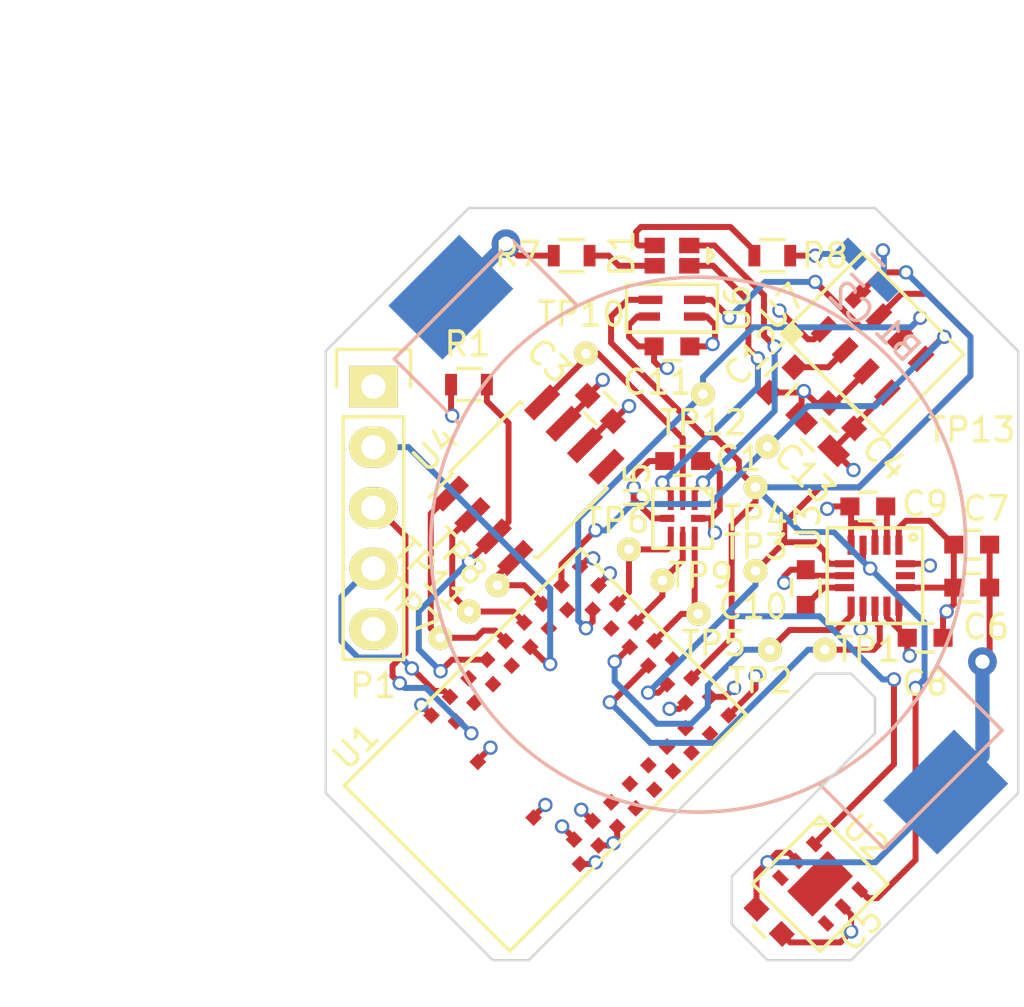
<source format=kicad_pcb>
(kicad_pcb (version 4) (host pcbnew 4.0.2-stable)

  (general
    (links 105)
    (no_connects 0)
    (area 113.000001 89.65 156.396429 131.579383)
    (thickness 1.6)
    (drawings 18)
    (tracks 449)
    (zones 0)
    (modules 39)
    (nets 49)
  )

  (page A4)
  (layers
    (0 F.Cu signal)
    (1 InGND.Cu power)
    (2 InVCC.Cu power)
    (31 B.Cu signal)
    (32 B.Adhes user)
    (33 F.Adhes user)
    (34 B.Paste user)
    (35 F.Paste user)
    (36 B.SilkS user)
    (37 F.SilkS user)
    (38 B.Mask user)
    (39 F.Mask user)
    (40 Dwgs.User user)
    (41 Cmts.User user)
    (42 Eco1.User user)
    (43 Eco2.User user)
    (44 Edge.Cuts user)
    (45 Margin user)
    (46 B.CrtYd user)
    (47 F.CrtYd user)
    (48 B.Fab user)
    (49 F.Fab user)
  )

  (setup
    (last_trace_width 0.25)
    (trace_clearance 0.2)
    (zone_clearance 0.508)
    (zone_45_only yes)
    (trace_min 0.1524)
    (segment_width 0.2)
    (edge_width 0.1)
    (via_size 0.6)
    (via_drill 0.4)
    (via_min_size 0.3556)
    (via_min_drill 0.2794)
    (uvia_size 0.3)
    (uvia_drill 0.1)
    (uvias_allowed no)
    (uvia_min_size 0.2)
    (uvia_min_drill 0.1)
    (pcb_text_width 0.3)
    (pcb_text_size 1.5 1.5)
    (mod_edge_width 0.15)
    (mod_text_size 1 1)
    (mod_text_width 0.15)
    (pad_size 17.78 17.78)
    (pad_drill 0)
    (pad_to_mask_clearance 0)
    (aux_axis_origin 0 0)
    (visible_elements FFFEFF7F)
    (pcbplotparams
      (layerselection 0x00030_80000001)
      (usegerberextensions false)
      (excludeedgelayer true)
      (linewidth 0.100000)
      (plotframeref false)
      (viasonmask false)
      (mode 1)
      (useauxorigin false)
      (hpglpennumber 1)
      (hpglpenspeed 20)
      (hpglpendiameter 15)
      (hpglpenoverlay 2)
      (psnegative false)
      (psa4output false)
      (plotreference true)
      (plotvalue true)
      (plotinvisibletext false)
      (padsonsilk false)
      (subtractmaskfromsilk false)
      (outputformat 1)
      (mirror false)
      (drillshape 0)
      (scaleselection 1)
      (outputdirectory ""))
  )

  (net 0 "")
  (net 1 +BATT)
  (net 2 GND)
  (net 3 "Net-(U1-Pad6)")
  (net 4 "Net-(U1-Pad7)")
  (net 5 "Net-(U1-Pad8)")
  (net 6 "Net-(U1-Pad9)")
  (net 7 "Net-(U1-Pad10)")
  (net 8 "Net-(U1-Pad11)")
  (net 9 "Net-(U1-Pad12)")
  (net 10 "Net-(U1-Pad13)")
  (net 11 "Net-(U1-Pad14)")
  (net 12 MOSI)
  (net 13 MISO)
  (net 14 SCK)
  (net 15 CS)
  (net 16 SDA)
  (net 17 SCL)
  (net 18 "Net-(U1-Pad26)")
  (net 19 RED_PWM)
  (net 20 GRN_PWM)
  (net 21 "Net-(U1-Pad32)")
  (net 22 "Net-(U1-Pad34)")
  (net 23 "Net-(U1-Pad38)")
  (net 24 ~RESET)
  (net 25 "Net-(U1-Pad40)")
  (net 26 "Net-(U1-Pad41)")
  (net 27 "Net-(U1-Pad42)")
  (net 28 "Net-(D1-Pad1)")
  (net 29 "Net-(D1-Pad2)")
  (net 30 "Net-(D1-Pad3)")
  (net 31 "Net-(D1-Pad4)")
  (net 32 MISO_FLASH)
  (net 33 "Net-(U2-Pad3)")
  (net 34 "Net-(U2-Pad4)")
  (net 35 "Net-(U4-Pad5)")
  (net 36 "Net-(P1-Pad2)")
  (net 37 "Net-(P1-Pad4)")
  (net 38 "Net-(P1-Pad3)")
  (net 39 "Net-(U1-Pad15)")
  (net 40 "Net-(U1-Pad21)")
  (net 41 "Net-(C9-Pad1)")
  (net 42 "Net-(C10-Pad1)")
  (net 43 "Net-(C12-Pad1)")
  (net 44 MOTION_INT1)
  (net 45 MOTION_INT2)
  (net 46 PRES_INT1)
  (net 47 PRES_INT2)
  (net 48 "Net-(U3-Pad15)")

  (net_class Default "This is the default net class."
    (clearance 0.2)
    (trace_width 0.25)
    (via_dia 0.6)
    (via_drill 0.4)
    (uvia_dia 0.3)
    (uvia_drill 0.1)
    (add_net +BATT)
    (add_net CS)
    (add_net GND)
    (add_net GRN_PWM)
    (add_net MISO)
    (add_net MISO_FLASH)
    (add_net MOSI)
    (add_net MOTION_INT1)
    (add_net MOTION_INT2)
    (add_net "Net-(C10-Pad1)")
    (add_net "Net-(C12-Pad1)")
    (add_net "Net-(C9-Pad1)")
    (add_net "Net-(D1-Pad1)")
    (add_net "Net-(D1-Pad2)")
    (add_net "Net-(D1-Pad3)")
    (add_net "Net-(D1-Pad4)")
    (add_net "Net-(P1-Pad2)")
    (add_net "Net-(P1-Pad3)")
    (add_net "Net-(P1-Pad4)")
    (add_net "Net-(U1-Pad10)")
    (add_net "Net-(U1-Pad11)")
    (add_net "Net-(U1-Pad12)")
    (add_net "Net-(U1-Pad13)")
    (add_net "Net-(U1-Pad14)")
    (add_net "Net-(U1-Pad15)")
    (add_net "Net-(U1-Pad21)")
    (add_net "Net-(U1-Pad26)")
    (add_net "Net-(U1-Pad32)")
    (add_net "Net-(U1-Pad34)")
    (add_net "Net-(U1-Pad38)")
    (add_net "Net-(U1-Pad40)")
    (add_net "Net-(U1-Pad41)")
    (add_net "Net-(U1-Pad42)")
    (add_net "Net-(U1-Pad6)")
    (add_net "Net-(U1-Pad7)")
    (add_net "Net-(U1-Pad8)")
    (add_net "Net-(U1-Pad9)")
    (add_net "Net-(U2-Pad3)")
    (add_net "Net-(U2-Pad4)")
    (add_net "Net-(U3-Pad15)")
    (add_net "Net-(U4-Pad5)")
    (add_net PRES_INT1)
    (add_net PRES_INT2)
    (add_net RED_PWM)
    (add_net SCK)
    (add_net SCL)
    (add_net SDA)
    (add_net ~RESET)
  )

  (module celsian:BU2032SM-HD-G (layer B.Cu) (tedit 578C363C) (tstamp 578C47EE)
    (at 142.6 112.1 315)
    (path /57676748)
    (fp_text reference B1 (at -0.176777 -11.98546 495) (layer B.SilkS)
      (effects (font (size 1 1) (thickness 0.15)) (justify mirror))
    )
    (fp_text value CR2032_Holder (at 0 4 315) (layer B.Fab)
      (effects (font (size 1 1) (thickness 0.15)) (justify mirror))
    )
    (fp_line (start 14.5 -3.5) (end 10.7 -3.5) (layer B.SilkS) (width 0.15))
    (fp_line (start 14.5 3.5) (end 14.5 -3.5) (layer B.SilkS) (width 0.15))
    (fp_line (start 10.7 3.5) (end 14.5 3.5) (layer B.SilkS) (width 0.15))
    (fp_circle (center 0 0) (end 11.2 0) (layer B.SilkS) (width 0.15))
    (fp_line (start -14.5 3.5) (end -10.7 3.5) (layer B.SilkS) (width 0.15))
    (fp_line (start -10.7 -3.5) (end -14.5 -3.5) (layer B.SilkS) (width 0.15))
    (fp_line (start -14.5 3.5) (end -14.5 -3.5) (layer B.SilkS) (width 0.15))
    (pad 1 smd rect (at -14.65 0 315) (size 3.2 4.2) (layers B.Cu B.Paste B.Mask)
      (net 1 +BATT))
    (pad 2 smd rect (at 14.65 0 315) (size 3.2 4.2) (layers B.Cu B.Paste B.Mask)
      (net 2 GND))
  )

  (module Capacitors_SMD:C_0603 (layer F.Cu) (tedit 577980C5) (tstamp 577885F8)
    (at 145.56967 127.86967 135)
    (descr "Capacitor SMD 0603, reflow soldering, AVX (see smccp.pdf)")
    (tags "capacitor 0603")
    (path /576740F8)
    (attr smd)
    (fp_text reference C5 (at -2.942031 2.474874 225) (layer F.SilkS)
      (effects (font (size 1 1) (thickness 0.15)))
    )
    (fp_text value 0.1uF (at 0 1.9 135) (layer F.Fab)
      (effects (font (size 1 1) (thickness 0.15)))
    )
    (fp_line (start -1.45 -0.75) (end 1.45 -0.75) (layer F.CrtYd) (width 0.05))
    (fp_line (start -1.45 0.75) (end 1.45 0.75) (layer F.CrtYd) (width 0.05))
    (fp_line (start -1.45 -0.75) (end -1.45 0.75) (layer F.CrtYd) (width 0.05))
    (fp_line (start 1.45 -0.75) (end 1.45 0.75) (layer F.CrtYd) (width 0.05))
    (fp_line (start -0.35 -0.6) (end 0.35 -0.6) (layer F.SilkS) (width 0.15))
    (fp_line (start 0.35 0.6) (end -0.35 0.6) (layer F.SilkS) (width 0.15))
    (pad 1 smd rect (at -0.75 0 135) (size 0.8 0.75) (layers F.Cu F.Paste F.Mask)
      (net 1 +BATT))
    (pad 2 smd rect (at 0.75 0 135) (size 0.8 0.75) (layers F.Cu F.Paste F.Mask)
      (net 2 GND))
    (model Capacitors_SMD.3dshapes/C_0603.wrl
      (at (xyz 0 0 0))
      (scale (xyz 1 1 1))
      (rotate (xyz 0 0 0))
    )
  )

  (module celsian:BMD-300 (layer F.Cu) (tedit 57786FFF) (tstamp 5778862F)
    (at 136.2 120.7 45)
    (path /57673B98)
    (fp_text reference U1 (at -5.515433 -5.727565 45) (layer F.SilkS)
      (effects (font (size 1 1) (thickness 0.15)))
    )
    (fp_text value BMD-300 (at 0 -7 45) (layer F.Fab)
      (effects (font (size 1 1) (thickness 0.15)))
    )
    (fp_line (start -7 -4.9) (end -7 4.9) (layer F.SilkS) (width 0.15))
    (fp_line (start -7 4.9) (end 7 4.9) (layer F.SilkS) (width 0.15))
    (fp_line (start 7 4.9) (end 7 -4.9) (layer F.SilkS) (width 0.15))
    (fp_line (start 7 -4.9) (end -7 -4.9) (layer F.SilkS) (width 0.15))
    (pad 1 smd rect (at -2.35 4.4 45) (size 0.5 0.5) (layers F.Cu F.Paste F.Mask)
      (net 2 GND))
    (pad 2 smd rect (at -1.8 3.5 45) (size 0.5 0.5) (layers F.Cu F.Paste F.Mask)
      (net 2 GND))
    (pad 3 smd rect (at -1.25 4.4 45) (size 0.5 0.5) (layers F.Cu F.Paste F.Mask)
      (net 2 GND))
    (pad 4 smd rect (at -0.7 3.5 45) (size 0.5 0.5) (layers F.Cu F.Paste F.Mask)
      (net 2 GND))
    (pad 5 smd rect (at -0.15 4.4 45) (size 0.5 0.5) (layers F.Cu F.Paste F.Mask)
      (net 2 GND))
    (pad 6 smd rect (at 0.4 3.5 45) (size 0.5 0.5) (layers F.Cu F.Paste F.Mask)
      (net 3 "Net-(U1-Pad6)"))
    (pad 7 smd rect (at 0.95 4.4 45) (size 0.5 0.5) (layers F.Cu F.Paste F.Mask)
      (net 4 "Net-(U1-Pad7)"))
    (pad 8 smd rect (at 1.5 3.5 45) (size 0.5 0.5) (layers F.Cu F.Paste F.Mask)
      (net 5 "Net-(U1-Pad8)"))
    (pad 9 smd rect (at 2.05 4.4 45) (size 0.5 0.5) (layers F.Cu F.Paste F.Mask)
      (net 6 "Net-(U1-Pad9)"))
    (pad 10 smd rect (at 2.6 3.5 45) (size 0.5 0.5) (layers F.Cu F.Paste F.Mask)
      (net 7 "Net-(U1-Pad10)"))
    (pad 11 smd rect (at 3.15 4.4 45) (size 0.5 0.5) (layers F.Cu F.Paste F.Mask)
      (net 8 "Net-(U1-Pad11)"))
    (pad 12 smd rect (at 3.7 3.5 45) (size 0.5 0.5) (layers F.Cu F.Paste F.Mask)
      (net 9 "Net-(U1-Pad12)"))
    (pad 13 smd rect (at 4.25 4.4 45) (size 0.5 0.5) (layers F.Cu F.Paste F.Mask)
      (net 10 "Net-(U1-Pad13)"))
    (pad 14 smd rect (at 4.8 3.5 45) (size 0.5 0.5) (layers F.Cu F.Paste F.Mask)
      (net 11 "Net-(U1-Pad14)"))
    (pad 15 smd rect (at 5.35 4.4 45) (size 0.5 0.5) (layers F.Cu F.Paste F.Mask)
      (net 39 "Net-(U1-Pad15)"))
    (pad 16 smd rect (at 6.45 4.4 45) (size 0.5 0.5) (layers F.Cu F.Paste F.Mask)
      (net 2 GND))
    (pad 17 smd rect (at 6.45 3.3 45) (size 0.5 0.5) (layers F.Cu F.Paste F.Mask)
      (net 1 +BATT))
    (pad 18 smd rect (at 5.55 2.75 45) (size 0.5 0.5) (layers F.Cu F.Paste F.Mask)
      (net 2 GND))
    (pad 19 smd rect (at 6.45 2.2 45) (size 0.5 0.5) (layers F.Cu F.Paste F.Mask)
      (net 17 SCL))
    (pad 20 smd rect (at 5.55 1.65 45) (size 0.5 0.5) (layers F.Cu F.Paste F.Mask)
      (net 16 SDA))
    (pad 21 smd rect (at 6.45 1.1 45) (size 0.5 0.5) (layers F.Cu F.Paste F.Mask)
      (net 40 "Net-(U1-Pad21)"))
    (pad 22 smd rect (at 5.55 0.55 45) (size 0.5 0.5) (layers F.Cu F.Paste F.Mask)
      (net 44 MOTION_INT1))
    (pad 23 smd rect (at 6.45 0 45) (size 0.5 0.5) (layers F.Cu F.Paste F.Mask)
      (net 19 RED_PWM))
    (pad 24 smd rect (at 5.55 -0.55 45) (size 0.5 0.5) (layers F.Cu F.Paste F.Mask)
      (net 45 MOTION_INT2))
    (pad 25 smd rect (at 6.45 -1.1 45) (size 0.5 0.5) (layers F.Cu F.Paste F.Mask)
      (net 13 MISO))
    (pad 26 smd rect (at 5.55 -1.65 45) (size 0.5 0.5) (layers F.Cu F.Paste F.Mask)
      (net 18 "Net-(U1-Pad26)"))
    (pad 27 smd rect (at 6.45 -2.2 45) (size 0.5 0.5) (layers F.Cu F.Paste F.Mask)
      (net 20 GRN_PWM))
    (pad 28 smd rect (at 5.55 -2.75 45) (size 0.5 0.5) (layers F.Cu F.Paste F.Mask)
      (net 46 PRES_INT1))
    (pad 29 smd rect (at 6.45 -3.3 45) (size 0.5 0.5) (layers F.Cu F.Paste F.Mask)
      (net 2 GND))
    (pad 30 smd rect (at 6.45 -4.4 45) (size 0.5 0.5) (layers F.Cu F.Paste F.Mask)
      (net 2 GND))
    (pad 31 smd rect (at 5.35 -4.4 45) (size 0.5 0.5) (layers F.Cu F.Paste F.Mask)
      (net 47 PRES_INT2))
    (pad 32 smd rect (at 4.8 -3.5 45) (size 0.5 0.5) (layers F.Cu F.Paste F.Mask)
      (net 21 "Net-(U1-Pad32)"))
    (pad 33 smd rect (at 4.25 -4.4 45) (size 0.5 0.5) (layers F.Cu F.Paste F.Mask)
      (net 15 CS))
    (pad 34 smd rect (at 3.7 -3.5 45) (size 0.5 0.5) (layers F.Cu F.Paste F.Mask)
      (net 22 "Net-(U1-Pad34)"))
    (pad 35 smd rect (at 3.15 -4.4 45) (size 0.5 0.5) (layers F.Cu F.Paste F.Mask)
      (net 14 SCK))
    (pad 36 smd rect (at 2.6 -3.5 45) (size 0.5 0.5) (layers F.Cu F.Paste F.Mask)
      (net 36 "Net-(P1-Pad2)"))
    (pad 37 smd rect (at 2.05 -4.4 45) (size 0.5 0.5) (layers F.Cu F.Paste F.Mask)
      (net 12 MOSI))
    (pad 38 smd rect (at 1.5 -3.5 45) (size 0.5 0.5) (layers F.Cu F.Paste F.Mask)
      (net 23 "Net-(U1-Pad38)"))
    (pad 39 smd rect (at 0.95 -4.4 45) (size 0.5 0.5) (layers F.Cu F.Paste F.Mask)
      (net 24 ~RESET))
    (pad 40 smd rect (at 0.4 -3.5 45) (size 0.5 0.5) (layers F.Cu F.Paste F.Mask)
      (net 25 "Net-(U1-Pad40)"))
    (pad 41 smd rect (at -0.15 -4.4 45) (size 0.5 0.5) (layers F.Cu F.Paste F.Mask)
      (net 26 "Net-(U1-Pad41)"))
    (pad 42 smd rect (at -0.7 -3.5 45) (size 0.5 0.5) (layers F.Cu F.Paste F.Mask)
      (net 27 "Net-(U1-Pad42)"))
    (pad 43 smd rect (at -1.25 -4.4 45) (size 0.5 0.5) (layers F.Cu F.Paste F.Mask)
      (net 37 "Net-(P1-Pad4)"))
    (pad 44 smd rect (at -1.8 -3.5 45) (size 0.5 0.5) (layers F.Cu F.Paste F.Mask)
      (net 38 "Net-(P1-Pad3)"))
    (pad 45 smd rect (at -2.35 -4.4 45) (size 0.5 0.5) (layers F.Cu F.Paste F.Mask)
      (net 2 GND))
    (pad 46 smd rect (at -2.35 -1.65 45) (size 0.5 0.5) (layers F.Cu F.Paste F.Mask)
      (net 2 GND))
    (pad 47 smd rect (at -2.35 1.65 45) (size 0.5 0.5) (layers F.Cu F.Paste F.Mask)
      (net 2 GND))
  )

  (module celsian:SHT20 (layer F.Cu) (tedit 57787ADA) (tstamp 577886D7)
    (at 147.7 126.3 225)
    (path /57673C21)
    (fp_text reference U2 (at -2.72561 0.038604 315) (layer F.SilkS)
      (effects (font (size 1 1) (thickness 0.15)))
    )
    (fp_text value SHT20 (at 0 -4 225) (layer F.Fab)
      (effects (font (size 1 1) (thickness 0.15)))
    )
    (fp_line (start -2 1.5) (end -1.5 2) (layer F.SilkS) (width 0.15))
    (fp_line (start -2 -2) (end -2 2) (layer F.SilkS) (width 0.15))
    (fp_line (start -2 2) (end 2 2) (layer F.SilkS) (width 0.15))
    (fp_line (start 2 2) (end 2 -2) (layer F.SilkS) (width 0.15))
    (fp_line (start 2 -2) (end -2 -2) (layer F.SilkS) (width 0.15))
    (pad 1 smd rect (at -1 1.35 225) (size 0.4 0.6) (layers F.Cu F.Paste F.Mask)
      (net 16 SDA))
    (pad 2 smd rect (at 0 1.35 225) (size 0.4 0.6) (layers F.Cu F.Paste F.Mask)
      (net 2 GND))
    (pad 3 smd rect (at 1 1.35 225) (size 0.4 0.6) (layers F.Cu F.Paste F.Mask)
      (net 33 "Net-(U2-Pad3)"))
    (pad 4 smd rect (at 1 -1.35 225) (size 0.4 0.6) (layers F.Cu F.Paste F.Mask)
      (net 34 "Net-(U2-Pad4)"))
    (pad 5 smd rect (at 0 -1.35 225) (size 0.4 0.6) (layers F.Cu F.Paste F.Mask)
      (net 1 +BATT))
    (pad 6 smd rect (at -1 -1.35 225) (size 0.4 0.6) (layers F.Cu F.Paste F.Mask)
      (net 17 SCL))
    (pad 7 smd rect (at 0 0 225) (size 2.4 1.5) (layers F.Cu F.Paste F.Mask))
  )

  (module Capacitors_SMD:C_0603 (layer F.Cu) (tedit 5415D631) (tstamp 577885E6)
    (at 141.95 108.6 180)
    (descr "Capacitor SMD 0603, reflow soldering, AVX (see smccp.pdf)")
    (tags "capacitor 0603")
    (path /57783504)
    (attr smd)
    (fp_text reference C1 (at -2.35 0.1 180) (layer F.SilkS)
      (effects (font (size 1 1) (thickness 0.15)))
    )
    (fp_text value 0.1uF (at 0 1.9 180) (layer F.Fab)
      (effects (font (size 1 1) (thickness 0.15)))
    )
    (fp_line (start -1.45 -0.75) (end 1.45 -0.75) (layer F.CrtYd) (width 0.05))
    (fp_line (start -1.45 0.75) (end 1.45 0.75) (layer F.CrtYd) (width 0.05))
    (fp_line (start -1.45 -0.75) (end -1.45 0.75) (layer F.CrtYd) (width 0.05))
    (fp_line (start 1.45 -0.75) (end 1.45 0.75) (layer F.CrtYd) (width 0.05))
    (fp_line (start -0.35 -0.6) (end 0.35 -0.6) (layer F.SilkS) (width 0.15))
    (fp_line (start 0.35 0.6) (end -0.35 0.6) (layer F.SilkS) (width 0.15))
    (pad 1 smd rect (at -0.75 0 180) (size 0.8 0.75) (layers F.Cu F.Paste F.Mask)
      (net 1 +BATT))
    (pad 2 smd rect (at 0.75 0 180) (size 0.8 0.75) (layers F.Cu F.Paste F.Mask)
      (net 2 GND))
    (model Capacitors_SMD.3dshapes/C_0603.wrl
      (at (xyz 0 0 0))
      (scale (xyz 1 1 1))
      (rotate (xyz 0 0 0))
    )
  )

  (module Capacitors_SMD:C_0603 (layer F.Cu) (tedit 5415D631) (tstamp 577885EC)
    (at 138.5 106.4 135)
    (descr "Capacitor SMD 0603, reflow soldering, AVX (see smccp.pdf)")
    (tags "capacitor 0603")
    (path /57675DC0)
    (attr smd)
    (fp_text reference C3 (at 2.934493 -0.106066 315) (layer F.SilkS)
      (effects (font (size 1 1) (thickness 0.15)))
    )
    (fp_text value 0.1uF (at 0 1.9 135) (layer F.Fab)
      (effects (font (size 1 1) (thickness 0.15)))
    )
    (fp_line (start -1.45 -0.75) (end 1.45 -0.75) (layer F.CrtYd) (width 0.05))
    (fp_line (start -1.45 0.75) (end 1.45 0.75) (layer F.CrtYd) (width 0.05))
    (fp_line (start -1.45 -0.75) (end -1.45 0.75) (layer F.CrtYd) (width 0.05))
    (fp_line (start 1.45 -0.75) (end 1.45 0.75) (layer F.CrtYd) (width 0.05))
    (fp_line (start -0.35 -0.6) (end 0.35 -0.6) (layer F.SilkS) (width 0.15))
    (fp_line (start 0.35 0.6) (end -0.35 0.6) (layer F.SilkS) (width 0.15))
    (pad 1 smd rect (at -0.75 0 135) (size 0.8 0.75) (layers F.Cu F.Paste F.Mask)
      (net 1 +BATT))
    (pad 2 smd rect (at 0.75 0 135) (size 0.8 0.75) (layers F.Cu F.Paste F.Mask)
      (net 2 GND))
    (model Capacitors_SMD.3dshapes/C_0603.wrl
      (at (xyz 0 0 0))
      (scale (xyz 1 1 1))
      (rotate (xyz 0 0 0))
    )
  )

  (module Capacitors_SMD:C_0603 (layer F.Cu) (tedit 5415D631) (tstamp 577885F2)
    (at 148.6 106.7 135)
    (descr "Capacitor SMD 0603, reflow soldering, AVX (see smccp.pdf)")
    (tags "capacitor 0603")
    (path /57674132)
    (attr smd)
    (fp_text reference C4 (at -2.510229 0.035355 135) (layer F.SilkS)
      (effects (font (size 1 1) (thickness 0.15)))
    )
    (fp_text value 0.1uF (at 0 1.9 135) (layer F.Fab)
      (effects (font (size 1 1) (thickness 0.15)))
    )
    (fp_line (start -1.45 -0.75) (end 1.45 -0.75) (layer F.CrtYd) (width 0.05))
    (fp_line (start -1.45 0.75) (end 1.45 0.75) (layer F.CrtYd) (width 0.05))
    (fp_line (start -1.45 -0.75) (end -1.45 0.75) (layer F.CrtYd) (width 0.05))
    (fp_line (start 1.45 -0.75) (end 1.45 0.75) (layer F.CrtYd) (width 0.05))
    (fp_line (start -0.35 -0.6) (end 0.35 -0.6) (layer F.SilkS) (width 0.15))
    (fp_line (start 0.35 0.6) (end -0.35 0.6) (layer F.SilkS) (width 0.15))
    (pad 1 smd rect (at -0.75 0 135) (size 0.8 0.75) (layers F.Cu F.Paste F.Mask)
      (net 1 +BATT))
    (pad 2 smd rect (at 0.75 0 135) (size 0.8 0.75) (layers F.Cu F.Paste F.Mask)
      (net 2 GND))
    (model Capacitors_SMD.3dshapes/C_0603.wrl
      (at (xyz 0 0 0))
      (scale (xyz 1 1 1))
      (rotate (xyz 0 0 0))
    )
  )

  (module celsian:LTST-C195KGJRKT (layer F.Cu) (tedit 577879DA) (tstamp 577886AF)
    (at 141.5 100 270)
    (path /576755AC)
    (fp_text reference D1 (at -0.1 2.1 450) (layer F.SilkS)
      (effects (font (size 1 1) (thickness 0.15)))
    )
    (fp_text value LTST-C195KGJRKT (at 0 -3.5 270) (layer F.Fab)
      (effects (font (size 1 1) (thickness 0.15)))
    )
    (fp_line (start 0 -1.75) (end -0.3 -1.5) (layer F.SilkS) (width 0.15))
    (fp_line (start -0.3 -1.5) (end 0.3 -1.5) (layer F.SilkS) (width 0.15))
    (fp_line (start 0.3 -1.5) (end 0 -1.75) (layer F.SilkS) (width 0.15))
    (pad 1 smd rect (at -0.425 0.725 270) (size 0.65 0.85) (layers F.Cu F.Paste F.Mask)
      (net 28 "Net-(D1-Pad1)"))
    (pad 2 smd rect (at 0.425 0.725 270) (size 0.65 0.85) (layers F.Cu F.Paste F.Mask)
      (net 29 "Net-(D1-Pad2)"))
    (pad 3 smd rect (at 0.425 -0.725 270) (size 0.65 0.85) (layers F.Cu F.Paste F.Mask)
      (net 30 "Net-(D1-Pad3)"))
    (pad 4 smd rect (at -0.425 -0.725 270) (size 0.65 0.85) (layers F.Cu F.Paste F.Mask)
      (net 31 "Net-(D1-Pad4)"))
  )

  (module Resistors_SMD:R_0603 (layer F.Cu) (tedit 5415CC62) (tstamp 577886B5)
    (at 133 105.4)
    (descr "Resistor SMD 0603, reflow soldering, Vishay (see dcrcw.pdf)")
    (tags "resistor 0603")
    (path /576ED08F)
    (attr smd)
    (fp_text reference R1 (at -0.05 -1.7) (layer F.SilkS)
      (effects (font (size 1 1) (thickness 0.15)))
    )
    (fp_text value 10k (at 0 1.9) (layer F.Fab)
      (effects (font (size 1 1) (thickness 0.15)))
    )
    (fp_line (start -1.3 -0.8) (end 1.3 -0.8) (layer F.CrtYd) (width 0.05))
    (fp_line (start -1.3 0.8) (end 1.3 0.8) (layer F.CrtYd) (width 0.05))
    (fp_line (start -1.3 -0.8) (end -1.3 0.8) (layer F.CrtYd) (width 0.05))
    (fp_line (start 1.3 -0.8) (end 1.3 0.8) (layer F.CrtYd) (width 0.05))
    (fp_line (start 0.5 0.675) (end -0.5 0.675) (layer F.SilkS) (width 0.15))
    (fp_line (start -0.5 -0.675) (end 0.5 -0.675) (layer F.SilkS) (width 0.15))
    (pad 1 smd rect (at -0.75 0) (size 0.5 0.9) (layers F.Cu F.Paste F.Mask)
      (net 1 +BATT))
    (pad 2 smd rect (at 0.75 0) (size 0.5 0.9) (layers F.Cu F.Paste F.Mask)
      (net 24 ~RESET))
    (model Resistors_SMD.3dshapes/R_0603.wrl
      (at (xyz 0 0 0))
      (scale (xyz 1 1 1))
      (rotate (xyz 0 0 0))
    )
  )

  (module Resistors_SMD:R_0603 (layer F.Cu) (tedit 5415CC62) (tstamp 577886C1)
    (at 137.3 100)
    (descr "Resistor SMD 0603, reflow soldering, Vishay (see dcrcw.pdf)")
    (tags "resistor 0603")
    (path /5767852E)
    (attr smd)
    (fp_text reference R7 (at -2.25 -0.05) (layer F.SilkS)
      (effects (font (size 1 1) (thickness 0.15)))
    )
    (fp_text value 120 (at 0 1.9) (layer F.Fab)
      (effects (font (size 1 1) (thickness 0.15)))
    )
    (fp_line (start -1.3 -0.8) (end 1.3 -0.8) (layer F.CrtYd) (width 0.05))
    (fp_line (start -1.3 0.8) (end 1.3 0.8) (layer F.CrtYd) (width 0.05))
    (fp_line (start -1.3 -0.8) (end -1.3 0.8) (layer F.CrtYd) (width 0.05))
    (fp_line (start 1.3 -0.8) (end 1.3 0.8) (layer F.CrtYd) (width 0.05))
    (fp_line (start 0.5 0.675) (end -0.5 0.675) (layer F.SilkS) (width 0.15))
    (fp_line (start -0.5 -0.675) (end 0.5 -0.675) (layer F.SilkS) (width 0.15))
    (pad 1 smd rect (at -0.75 0) (size 0.5 0.9) (layers F.Cu F.Paste F.Mask)
      (net 1 +BATT))
    (pad 2 smd rect (at 0.75 0) (size 0.5 0.9) (layers F.Cu F.Paste F.Mask)
      (net 29 "Net-(D1-Pad2)"))
    (model Resistors_SMD.3dshapes/R_0603.wrl
      (at (xyz 0 0 0))
      (scale (xyz 1 1 1))
      (rotate (xyz 0 0 0))
    )
  )

  (module Resistors_SMD:R_0603 (layer F.Cu) (tedit 5415CC62) (tstamp 577886C7)
    (at 145.7 100 180)
    (descr "Resistor SMD 0603, reflow soldering, Vishay (see dcrcw.pdf)")
    (tags "resistor 0603")
    (path /5767857B)
    (attr smd)
    (fp_text reference R8 (at -2.2 0 180) (layer F.SilkS)
      (effects (font (size 1 1) (thickness 0.15)))
    )
    (fp_text value 120 (at 0 1.9 180) (layer F.Fab)
      (effects (font (size 1 1) (thickness 0.15)))
    )
    (fp_line (start -1.3 -0.8) (end 1.3 -0.8) (layer F.CrtYd) (width 0.05))
    (fp_line (start -1.3 0.8) (end 1.3 0.8) (layer F.CrtYd) (width 0.05))
    (fp_line (start -1.3 -0.8) (end -1.3 0.8) (layer F.CrtYd) (width 0.05))
    (fp_line (start 1.3 -0.8) (end 1.3 0.8) (layer F.CrtYd) (width 0.05))
    (fp_line (start 0.5 0.675) (end -0.5 0.675) (layer F.SilkS) (width 0.15))
    (fp_line (start -0.5 -0.675) (end 0.5 -0.675) (layer F.SilkS) (width 0.15))
    (pad 1 smd rect (at -0.75 0 180) (size 0.5 0.9) (layers F.Cu F.Paste F.Mask)
      (net 1 +BATT))
    (pad 2 smd rect (at 0.75 0 180) (size 0.5 0.9) (layers F.Cu F.Paste F.Mask)
      (net 28 "Net-(D1-Pad1)"))
    (model Resistors_SMD.3dshapes/R_0603.wrl
      (at (xyz 0 0 0))
      (scale (xyz 1 1 1))
      (rotate (xyz 0 0 0))
    )
  )

  (module celsian:SN74AUP3G07 (layer F.Cu) (tedit 57787EEA) (tstamp 57788704)
    (at 141.95 111 270)
    (path /577834AD)
    (fp_text reference U5 (at -1.35 1.9 270) (layer F.SilkS)
      (effects (font (size 1 1) (thickness 0.15)))
    )
    (fp_text value SN74AUP3G07 (at 0 -3 270) (layer F.Fab)
      (effects (font (size 1 1) (thickness 0.15)))
    )
    (fp_line (start -0.85 -1.25) (end -1.25 -0.85) (layer F.SilkS) (width 0.15))
    (fp_line (start -1.25 -1.25) (end -1.25 1.25) (layer F.SilkS) (width 0.15))
    (fp_line (start -1.25 1.25) (end 1.25 1.25) (layer F.SilkS) (width 0.15))
    (fp_line (start 1.25 1.25) (end 1.25 -1.25) (layer F.SilkS) (width 0.15))
    (fp_line (start 1.25 -1.25) (end -1.25 -1.25) (layer F.SilkS) (width 0.15))
    (pad 1 smd rect (at -0.625 -0.5 270) (size 0.55 0.25) (layers F.Cu F.Paste F.Mask)
      (net 31 "Net-(D1-Pad4)"))
    (pad 2 smd rect (at -0.625 0 270) (size 0.55 0.2) (layers F.Cu F.Paste F.Mask)
      (net 32 MISO_FLASH))
    (pad 3 smd rect (at -0.625 0.5 270) (size 0.55 0.25) (layers F.Cu F.Paste F.Mask)
      (net 30 "Net-(D1-Pad3)"))
    (pad 4 smd rect (at 0 0.65 270) (size 0.3 0.6) (layers F.Cu F.Paste F.Mask)
      (net 2 GND))
    (pad 5 smd rect (at 0.625 0.5 270) (size 0.55 0.25) (layers F.Cu F.Paste F.Mask)
      (net 20 GRN_PWM))
    (pad 6 smd rect (at 0.625 0 270) (size 0.55 0.2) (layers F.Cu F.Paste F.Mask)
      (net 13 MISO))
    (pad 7 smd rect (at 0.625 -0.5 270) (size 0.55 0.25) (layers F.Cu F.Paste F.Mask)
      (net 19 RED_PWM))
    (pad 8 smd rect (at 0 -0.65 270) (size 0.3 0.6) (layers F.Cu F.Paste F.Mask)
      (net 1 +BATT))
  )

  (module Pin_Headers:Pin_Header_Straight_1x05 (layer F.Cu) (tedit 54EA0684) (tstamp 57792DE3)
    (at 129 105.48)
    (descr "Through hole pin header")
    (tags "pin header")
    (path /57792C38)
    (fp_text reference P1 (at 0 12.52) (layer F.SilkS)
      (effects (font (size 1 1) (thickness 0.15)))
    )
    (fp_text value CONN_01X05 (at 0 -3.1) (layer F.Fab)
      (effects (font (size 1 1) (thickness 0.15)))
    )
    (fp_line (start -1.55 0) (end -1.55 -1.55) (layer F.SilkS) (width 0.15))
    (fp_line (start -1.55 -1.55) (end 1.55 -1.55) (layer F.SilkS) (width 0.15))
    (fp_line (start 1.55 -1.55) (end 1.55 0) (layer F.SilkS) (width 0.15))
    (fp_line (start -1.75 -1.75) (end -1.75 11.95) (layer F.CrtYd) (width 0.05))
    (fp_line (start 1.75 -1.75) (end 1.75 11.95) (layer F.CrtYd) (width 0.05))
    (fp_line (start -1.75 -1.75) (end 1.75 -1.75) (layer F.CrtYd) (width 0.05))
    (fp_line (start -1.75 11.95) (end 1.75 11.95) (layer F.CrtYd) (width 0.05))
    (fp_line (start 1.27 1.27) (end 1.27 11.43) (layer F.SilkS) (width 0.15))
    (fp_line (start 1.27 11.43) (end -1.27 11.43) (layer F.SilkS) (width 0.15))
    (fp_line (start -1.27 11.43) (end -1.27 1.27) (layer F.SilkS) (width 0.15))
    (fp_line (start 1.27 1.27) (end -1.27 1.27) (layer F.SilkS) (width 0.15))
    (pad 1 thru_hole rect (at 0 0) (size 2.032 1.7272) (drill 1.016) (layers *.Cu *.Mask F.SilkS)
      (net 2 GND))
    (pad 2 thru_hole oval (at 0 2.54) (size 2.032 1.7272) (drill 1.016) (layers *.Cu *.Mask F.SilkS)
      (net 36 "Net-(P1-Pad2)"))
    (pad 3 thru_hole oval (at 0 5.08) (size 2.032 1.7272) (drill 1.016) (layers *.Cu *.Mask F.SilkS)
      (net 38 "Net-(P1-Pad3)"))
    (pad 4 thru_hole oval (at 0 7.62) (size 2.032 1.7272) (drill 1.016) (layers *.Cu *.Mask F.SilkS)
      (net 37 "Net-(P1-Pad4)"))
    (pad 5 thru_hole oval (at 0 10.16) (size 2.032 1.7272) (drill 1.016) (layers *.Cu *.Mask F.SilkS)
      (net 1 +BATT))
    (model Pin_Headers.3dshapes/Pin_Header_Straight_1x05.wrl
      (at (xyz 0 -0.2 0))
      (scale (xyz 1 1 1))
      (rotate (xyz 0 0 90))
    )
  )

  (module Capacitors_SMD:C_0603 (layer F.Cu) (tedit 5415D631) (tstamp 578C42A9)
    (at 154.05 113.9)
    (descr "Capacitor SMD 0603, reflow soldering, AVX (see smccp.pdf)")
    (tags "capacitor 0603")
    (path /578C6AA5)
    (attr smd)
    (fp_text reference C6 (at 0.6 1.65) (layer F.SilkS)
      (effects (font (size 1 1) (thickness 0.15)))
    )
    (fp_text value 0.1uF (at 0 1.9) (layer F.Fab)
      (effects (font (size 1 1) (thickness 0.15)))
    )
    (fp_line (start -1.45 -0.75) (end 1.45 -0.75) (layer F.CrtYd) (width 0.05))
    (fp_line (start -1.45 0.75) (end 1.45 0.75) (layer F.CrtYd) (width 0.05))
    (fp_line (start -1.45 -0.75) (end -1.45 0.75) (layer F.CrtYd) (width 0.05))
    (fp_line (start 1.45 -0.75) (end 1.45 0.75) (layer F.CrtYd) (width 0.05))
    (fp_line (start -0.35 -0.6) (end 0.35 -0.6) (layer F.SilkS) (width 0.15))
    (fp_line (start 0.35 0.6) (end -0.35 0.6) (layer F.SilkS) (width 0.15))
    (pad 1 smd rect (at -0.75 0) (size 0.8 0.75) (layers F.Cu F.Paste F.Mask)
      (net 1 +BATT))
    (pad 2 smd rect (at 0.75 0) (size 0.8 0.75) (layers F.Cu F.Paste F.Mask)
      (net 2 GND))
    (model Capacitors_SMD.3dshapes/C_0603.wrl
      (at (xyz 0 0 0))
      (scale (xyz 1 1 1))
      (rotate (xyz 0 0 0))
    )
  )

  (module Capacitors_SMD:C_0603 (layer F.Cu) (tedit 5415D631) (tstamp 578C42AF)
    (at 154.05 112.1)
    (descr "Capacitor SMD 0603, reflow soldering, AVX (see smccp.pdf)")
    (tags "capacitor 0603")
    (path /578C6AAB)
    (attr smd)
    (fp_text reference C7 (at 0.6 -1.5) (layer F.SilkS)
      (effects (font (size 1 1) (thickness 0.15)))
    )
    (fp_text value 4.7uF (at 0 1.9) (layer F.Fab)
      (effects (font (size 1 1) (thickness 0.15)))
    )
    (fp_line (start -1.45 -0.75) (end 1.45 -0.75) (layer F.CrtYd) (width 0.05))
    (fp_line (start -1.45 0.75) (end 1.45 0.75) (layer F.CrtYd) (width 0.05))
    (fp_line (start -1.45 -0.75) (end -1.45 0.75) (layer F.CrtYd) (width 0.05))
    (fp_line (start 1.45 -0.75) (end 1.45 0.75) (layer F.CrtYd) (width 0.05))
    (fp_line (start -0.35 -0.6) (end 0.35 -0.6) (layer F.SilkS) (width 0.15))
    (fp_line (start 0.35 0.6) (end -0.35 0.6) (layer F.SilkS) (width 0.15))
    (pad 1 smd rect (at -0.75 0) (size 0.8 0.75) (layers F.Cu F.Paste F.Mask)
      (net 1 +BATT))
    (pad 2 smd rect (at 0.75 0) (size 0.8 0.75) (layers F.Cu F.Paste F.Mask)
      (net 2 GND))
    (model Capacitors_SMD.3dshapes/C_0603.wrl
      (at (xyz 0 0 0))
      (scale (xyz 1 1 1))
      (rotate (xyz 0 0 0))
    )
  )

  (module Capacitors_SMD:C_0603 (layer F.Cu) (tedit 5415D631) (tstamp 578C42B5)
    (at 152.1 116 180)
    (descr "Capacitor SMD 0603, reflow soldering, AVX (see smccp.pdf)")
    (tags "capacitor 0603")
    (path /578C6469)
    (attr smd)
    (fp_text reference C8 (at 0 -1.9 180) (layer F.SilkS)
      (effects (font (size 1 1) (thickness 0.15)))
    )
    (fp_text value 0.1uF (at 0 1.9 180) (layer F.Fab)
      (effects (font (size 1 1) (thickness 0.15)))
    )
    (fp_line (start -1.45 -0.75) (end 1.45 -0.75) (layer F.CrtYd) (width 0.05))
    (fp_line (start -1.45 0.75) (end 1.45 0.75) (layer F.CrtYd) (width 0.05))
    (fp_line (start -1.45 -0.75) (end -1.45 0.75) (layer F.CrtYd) (width 0.05))
    (fp_line (start 1.45 -0.75) (end 1.45 0.75) (layer F.CrtYd) (width 0.05))
    (fp_line (start -0.35 -0.6) (end 0.35 -0.6) (layer F.SilkS) (width 0.15))
    (fp_line (start 0.35 0.6) (end -0.35 0.6) (layer F.SilkS) (width 0.15))
    (pad 1 smd rect (at -0.75 0 180) (size 0.8 0.75) (layers F.Cu F.Paste F.Mask)
      (net 1 +BATT))
    (pad 2 smd rect (at 0.75 0 180) (size 0.8 0.75) (layers F.Cu F.Paste F.Mask)
      (net 2 GND))
    (model Capacitors_SMD.3dshapes/C_0603.wrl
      (at (xyz 0 0 0))
      (scale (xyz 1 1 1))
      (rotate (xyz 0 0 0))
    )
  )

  (module Capacitors_SMD:C_0603 (layer F.Cu) (tedit 5415D631) (tstamp 578C42BB)
    (at 149.7 110.5 180)
    (descr "Capacitor SMD 0603, reflow soldering, AVX (see smccp.pdf)")
    (tags "capacitor 0603")
    (path /578C646F)
    (attr smd)
    (fp_text reference C9 (at -2.4 0.1 180) (layer F.SilkS)
      (effects (font (size 1 1) (thickness 0.15)))
    )
    (fp_text value 0.1uF (at 0 1.9 180) (layer F.Fab)
      (effects (font (size 1 1) (thickness 0.15)))
    )
    (fp_line (start -1.45 -0.75) (end 1.45 -0.75) (layer F.CrtYd) (width 0.05))
    (fp_line (start -1.45 0.75) (end 1.45 0.75) (layer F.CrtYd) (width 0.05))
    (fp_line (start -1.45 -0.75) (end -1.45 0.75) (layer F.CrtYd) (width 0.05))
    (fp_line (start 1.45 -0.75) (end 1.45 0.75) (layer F.CrtYd) (width 0.05))
    (fp_line (start -0.35 -0.6) (end 0.35 -0.6) (layer F.SilkS) (width 0.15))
    (fp_line (start 0.35 0.6) (end -0.35 0.6) (layer F.SilkS) (width 0.15))
    (pad 1 smd rect (at -0.75 0 180) (size 0.8 0.75) (layers F.Cu F.Paste F.Mask)
      (net 41 "Net-(C9-Pad1)"))
    (pad 2 smd rect (at 0.75 0 180) (size 0.8 0.75) (layers F.Cu F.Paste F.Mask)
      (net 2 GND))
    (model Capacitors_SMD.3dshapes/C_0603.wrl
      (at (xyz 0 0 0))
      (scale (xyz 1 1 1))
      (rotate (xyz 0 0 0))
    )
  )

  (module Capacitors_SMD:C_0603 (layer F.Cu) (tedit 5415D631) (tstamp 578C42C1)
    (at 147.1 113.9 90)
    (descr "Capacitor SMD 0603, reflow soldering, AVX (see smccp.pdf)")
    (tags "capacitor 0603")
    (path /578C6E75)
    (attr smd)
    (fp_text reference C10 (at -0.8 -2.2 360) (layer F.SilkS)
      (effects (font (size 1 1) (thickness 0.15)))
    )
    (fp_text value 0.1uF (at 0 1.9 90) (layer F.Fab)
      (effects (font (size 1 1) (thickness 0.15)))
    )
    (fp_line (start -1.45 -0.75) (end 1.45 -0.75) (layer F.CrtYd) (width 0.05))
    (fp_line (start -1.45 0.75) (end 1.45 0.75) (layer F.CrtYd) (width 0.05))
    (fp_line (start -1.45 -0.75) (end -1.45 0.75) (layer F.CrtYd) (width 0.05))
    (fp_line (start 1.45 -0.75) (end 1.45 0.75) (layer F.CrtYd) (width 0.05))
    (fp_line (start -0.35 -0.6) (end 0.35 -0.6) (layer F.SilkS) (width 0.15))
    (fp_line (start 0.35 0.6) (end -0.35 0.6) (layer F.SilkS) (width 0.15))
    (pad 1 smd rect (at -0.75 0 90) (size 0.8 0.75) (layers F.Cu F.Paste F.Mask)
      (net 42 "Net-(C10-Pad1)"))
    (pad 2 smd rect (at 0.75 0 90) (size 0.8 0.75) (layers F.Cu F.Paste F.Mask)
      (net 2 GND))
    (model Capacitors_SMD.3dshapes/C_0603.wrl
      (at (xyz 0 0 0))
      (scale (xyz 1 1 1))
      (rotate (xyz 0 0 0))
    )
  )

  (module Capacitors_SMD:C_0603 (layer F.Cu) (tedit 5415D631) (tstamp 578C42C7)
    (at 141.5 103.8)
    (descr "Capacitor SMD 0603, reflow soldering, AVX (see smccp.pdf)")
    (tags "capacitor 0603")
    (path /578C5EB5)
    (attr smd)
    (fp_text reference C11 (at -0.6 1.5) (layer F.SilkS)
      (effects (font (size 1 1) (thickness 0.15)))
    )
    (fp_text value 0.1uF (at 0 1.9) (layer F.Fab)
      (effects (font (size 1 1) (thickness 0.15)))
    )
    (fp_line (start -1.45 -0.75) (end 1.45 -0.75) (layer F.CrtYd) (width 0.05))
    (fp_line (start -1.45 0.75) (end 1.45 0.75) (layer F.CrtYd) (width 0.05))
    (fp_line (start -1.45 -0.75) (end -1.45 0.75) (layer F.CrtYd) (width 0.05))
    (fp_line (start 1.45 -0.75) (end 1.45 0.75) (layer F.CrtYd) (width 0.05))
    (fp_line (start -0.35 -0.6) (end 0.35 -0.6) (layer F.SilkS) (width 0.15))
    (fp_line (start 0.35 0.6) (end -0.35 0.6) (layer F.SilkS) (width 0.15))
    (pad 1 smd rect (at -0.75 0) (size 0.8 0.75) (layers F.Cu F.Paste F.Mask)
      (net 1 +BATT))
    (pad 2 smd rect (at 0.75 0) (size 0.8 0.75) (layers F.Cu F.Paste F.Mask)
      (net 2 GND))
    (model Capacitors_SMD.3dshapes/C_0603.wrl
      (at (xyz 0 0 0))
      (scale (xyz 1 1 1))
      (rotate (xyz 0 0 0))
    )
  )

  (module Capacitors_SMD:C_0603 (layer F.Cu) (tedit 5415D631) (tstamp 578C42CD)
    (at 146.1 105.2 225)
    (descr "Capacitor SMD 0603, reflow soldering, AVX (see smccp.pdf)")
    (tags "capacitor 0603")
    (path /578C4972)
    (attr smd)
    (fp_text reference C12 (at 0.106066 1.52028 225) (layer F.SilkS)
      (effects (font (size 1 1) (thickness 0.15)))
    )
    (fp_text value 0.1uF (at 0 1.9 225) (layer F.Fab)
      (effects (font (size 1 1) (thickness 0.15)))
    )
    (fp_line (start -1.45 -0.75) (end 1.45 -0.75) (layer F.CrtYd) (width 0.05))
    (fp_line (start -1.45 0.75) (end 1.45 0.75) (layer F.CrtYd) (width 0.05))
    (fp_line (start -1.45 -0.75) (end -1.45 0.75) (layer F.CrtYd) (width 0.05))
    (fp_line (start 1.45 -0.75) (end 1.45 0.75) (layer F.CrtYd) (width 0.05))
    (fp_line (start -0.35 -0.6) (end 0.35 -0.6) (layer F.SilkS) (width 0.15))
    (fp_line (start 0.35 0.6) (end -0.35 0.6) (layer F.SilkS) (width 0.15))
    (pad 1 smd rect (at -0.75 0 225) (size 0.8 0.75) (layers F.Cu F.Paste F.Mask)
      (net 43 "Net-(C12-Pad1)"))
    (pad 2 smd rect (at 0.75 0 225) (size 0.8 0.75) (layers F.Cu F.Paste F.Mask)
      (net 2 GND))
    (model Capacitors_SMD.3dshapes/C_0603.wrl
      (at (xyz 0 0 0))
      (scale (xyz 1 1 1))
      (rotate (xyz 0 0 0))
    )
  )

  (module celsian:VEML6075 (layer F.Cu) (tedit 578C3FEF) (tstamp 578C4502)
    (at 141.5 102.2 180)
    (path /578C573A)
    (fp_text reference U6 (at -2.75 0 450) (layer F.SilkS)
      (effects (font (size 1 1) (thickness 0.15)))
    )
    (fp_text value VEML6075 (at 0 -2.1 180) (layer F.Fab)
      (effects (font (size 1 1) (thickness 0.15)))
    )
    (fp_line (start 1.9 -1) (end -1.9 -1) (layer F.SilkS) (width 0.15))
    (fp_line (start 1.9 1) (end 1.9 -1) (layer F.SilkS) (width 0.15))
    (fp_line (start -1.9 1) (end 1.9 1) (layer F.SilkS) (width 0.15))
    (fp_line (start -1.9 -1) (end -1.9 1) (layer F.SilkS) (width 0.15))
    (pad 1 smd rect (at -0.95 -0.35 180) (size 0.9 0.35) (layers F.Cu F.Paste F.Mask)
      (net 2 GND))
    (pad 2 smd rect (at -0.95 0.35 180) (size 0.9 0.35) (layers F.Cu F.Paste F.Mask)
      (net 16 SDA))
    (pad 3 smd rect (at 0.9 0.35 180) (size 1 0.35) (layers F.Cu F.Paste F.Mask)
      (net 17 SCL))
    (pad 4 smd rect (at 0.95 -0.35 180) (size 0.9 0.35) (layers F.Cu F.Paste F.Mask)
      (net 1 +BATT))
  )

  (module celsian:MPL3115A2 (layer F.Cu) (tedit 578C3DA0) (tstamp 578C451D)
    (at 149.9 103.7 45)
    (path /578C457D)
    (fp_text reference U7 (at -1.555635 -3.747666 45) (layer F.SilkS)
      (effects (font (size 1 1) (thickness 0.15)))
    )
    (fp_text value MPL3115A2 (at 0 -4 45) (layer F.Fab)
      (effects (font (size 1 1) (thickness 0.15)))
    )
    (fp_line (start -2.2 -2.7) (end -2.1 -2.7) (layer F.SilkS) (width 0.15))
    (fp_line (start -2.2 -2.8) (end -2.2 -2.7) (layer F.SilkS) (width 0.15))
    (fp_line (start -2 -2.8) (end -2.2 -2.8) (layer F.SilkS) (width 0.15))
    (fp_line (start -2 -2.6) (end -2 -2.8) (layer F.SilkS) (width 0.15))
    (fp_line (start -2.3 -2.6) (end -2 -2.6) (layer F.SilkS) (width 0.15))
    (fp_line (start -2.3 -2.8) (end -2.3 -2.6) (layer F.SilkS) (width 0.15))
    (fp_line (start -1.9 -2.5) (end -2.4 -2.5) (layer F.SilkS) (width 0.15))
    (fp_line (start -1.9 -2.9) (end -1.9 -2.5) (layer F.SilkS) (width 0.15))
    (fp_line (start -2.3 -2.9) (end -1.9 -2.9) (layer F.SilkS) (width 0.15))
    (fp_line (start -1.8 -2.4) (end -2.4 -2.4) (layer F.SilkS) (width 0.15))
    (fp_line (start -1.8 -2.9) (end -1.8 -2.4) (layer F.SilkS) (width 0.15))
    (fp_line (start 2.4 -3) (end -2.4 -3) (layer F.SilkS) (width 0.15))
    (fp_line (start 2.4 3) (end 2.4 -3) (layer F.SilkS) (width 0.15))
    (fp_line (start -2.4 3) (end 2.4 3) (layer F.SilkS) (width 0.15))
    (fp_line (start -2.4 -3) (end -2.4 3) (layer F.SilkS) (width 0.15))
    (pad 1 smd rect (at -1 -1.875 45) (size 1.05 0.55) (layers F.Cu F.Paste F.Mask)
      (net 1 +BATT))
    (pad 2 smd rect (at -1 -0.625 45) (size 1.05 0.55) (layers F.Cu F.Paste F.Mask)
      (net 43 "Net-(C12-Pad1)"))
    (pad 3 smd rect (at -1 0.625 45) (size 1.05 0.55) (layers F.Cu F.Paste F.Mask)
      (net 2 GND))
    (pad 4 smd rect (at -1 1.875 45) (size 1.05 0.55) (layers F.Cu F.Paste F.Mask)
      (net 1 +BATT))
    (pad 5 smd rect (at 1 1.875 45) (size 1.05 0.55) (layers F.Cu F.Paste F.Mask)
      (net 47 PRES_INT2))
    (pad 6 smd rect (at 1 0.625 45) (size 1.05 0.55) (layers F.Cu F.Paste F.Mask)
      (net 46 PRES_INT1))
    (pad 7 smd rect (at 1 -0.625 45) (size 1.05 0.55) (layers F.Cu F.Paste F.Mask)
      (net 16 SDA))
    (pad 8 smd rect (at 1 -1.875 45) (size 1.05 0.55) (layers F.Cu F.Paste F.Mask)
      (net 17 SCL))
  )

  (module Capacitors_SMD:C_0603_HandSoldering (layer B.Cu) (tedit 541A9B4D) (tstamp 578C4615)
    (at 149.7 100.6 315)
    (descr "Capacitor SMD 0603, hand soldering")
    (tags "capacitor 0603")
    (path /577879DF)
    (attr smd)
    (fp_text reference C2 (at 0.494975 1.484924 315) (layer B.SilkS)
      (effects (font (size 1 1) (thickness 0.15)) (justify mirror))
    )
    (fp_text value 10uF (at 0 -1.9 315) (layer B.Fab)
      (effects (font (size 1 1) (thickness 0.15)) (justify mirror))
    )
    (fp_line (start -1.85 0.75) (end 1.85 0.75) (layer B.CrtYd) (width 0.05))
    (fp_line (start -1.85 -0.75) (end 1.85 -0.75) (layer B.CrtYd) (width 0.05))
    (fp_line (start -1.85 0.75) (end -1.85 -0.75) (layer B.CrtYd) (width 0.05))
    (fp_line (start 1.85 0.75) (end 1.85 -0.75) (layer B.CrtYd) (width 0.05))
    (fp_line (start -0.35 0.6) (end 0.35 0.6) (layer B.SilkS) (width 0.15))
    (fp_line (start 0.35 -0.6) (end -0.35 -0.6) (layer B.SilkS) (width 0.15))
    (pad 1 smd rect (at -0.95 0 315) (size 1.2 0.75) (layers B.Cu B.Paste B.Mask)
      (net 1 +BATT))
    (pad 2 smd rect (at 0.95 0 315) (size 1.2 0.75) (layers B.Cu B.Paste B.Mask)
      (net 2 GND))
    (model Capacitors_SMD.3dshapes/C_0603_HandSoldering.wrl
      (at (xyz 0 0 0))
      (scale (xyz 1 1 1))
      (rotate (xyz 0 0 0))
    )
  )

  (module celsian:FXOS8700CQ (layer F.Cu) (tedit 578C3AC5) (tstamp 578C461A)
    (at 150 113.4 270)
    (path /578C5673)
    (fp_text reference U3 (at -2 2.8 270) (layer F.SilkS)
      (effects (font (size 1 1) (thickness 0.15)))
    )
    (fp_text value FXOS8700CQ (at 2.6 -3 270) (layer F.Fab)
      (effects (font (size 1 1) (thickness 0.15)))
    )
    (fp_circle (center -1.6 -1.6) (end -1.5 -1.5) (layer F.SilkS) (width 0.15))
    (fp_line (start 2 -2) (end -2 -2) (layer F.SilkS) (width 0.15))
    (fp_line (start 2 2) (end 2 -2) (layer F.SilkS) (width 0.15))
    (fp_line (start -2 2) (end 2 2) (layer F.SilkS) (width 0.15))
    (fp_line (start -2 -2) (end -2 2) (layer F.SilkS) (width 0.15))
    (pad 1 smd rect (at -1.275 -1 270) (size 0.8 0.3) (layers F.Cu F.Paste F.Mask)
      (net 1 +BATT))
    (pad 2 smd rect (at -1.275 -0.5 270) (size 0.8 0.3) (layers F.Cu F.Paste F.Mask)
      (net 41 "Net-(C9-Pad1)"))
    (pad 3 smd rect (at -1.275 0 270) (size 0.8 0.3) (layers F.Cu F.Paste F.Mask)
      (net 2 GND))
    (pad 4 smd rect (at -1.275 0.5 270) (size 0.8 0.3) (layers F.Cu F.Paste F.Mask)
      (net 17 SCL))
    (pad 5 smd rect (at -1.275 1 270) (size 0.8 0.3) (layers F.Cu F.Paste F.Mask)
      (net 2 GND))
    (pad 6 smd rect (at -0.5 1.275) (size 0.8 0.3) (layers F.Cu F.Paste F.Mask)
      (net 16 SDA))
    (pad 7 smd rect (at 0 1.275) (size 0.8 0.3) (layers F.Cu F.Paste F.Mask)
      (net 2 GND))
    (pad 8 smd rect (at 0.5 1.275) (size 0.8 0.3) (layers F.Cu F.Paste F.Mask)
      (net 42 "Net-(C10-Pad1)"))
    (pad 9 smd rect (at 1.275 1 270) (size 0.8 0.3) (layers F.Cu F.Paste F.Mask)
      (net 45 MOTION_INT2))
    (pad 10 smd rect (at 1.275 0.5 270) (size 0.8 0.3) (layers F.Cu F.Paste F.Mask)
      (net 2 GND))
    (pad 11 smd rect (at 1.275 0 270) (size 0.8 0.3) (layers F.Cu F.Paste F.Mask)
      (net 44 MOTION_INT1))
    (pad 12 smd rect (at 1.275 -0.5 270) (size 0.8 0.3) (layers F.Cu F.Paste F.Mask)
      (net 2 GND))
    (pad 13 smd rect (at 1.275 -1 270) (size 0.8 0.3) (layers F.Cu F.Paste F.Mask)
      (net 2 GND))
    (pad 14 smd rect (at 0.5 -1.275) (size 0.8 0.3) (layers F.Cu F.Paste F.Mask)
      (net 1 +BATT))
    (pad 15 smd rect (at 0 -1.275) (size 0.8 0.3) (layers F.Cu F.Paste F.Mask)
      (net 48 "Net-(U3-Pad15)"))
    (pad 16 smd rect (at -0.5 -1.275) (size 0.8 0.3) (layers F.Cu F.Paste F.Mask)
      (net 2 GND))
  )

  (module Housings_SOIC:SOIC-8_3.9x4.9mm_Pitch1.27mm (layer F.Cu) (tedit 54130A77) (tstamp 578C4632)
    (at 135.5 109.4 45)
    (descr "8-Lead Plastic Small Outline (SN) - Narrow, 3.90 mm Body [SOIC] (see Microchip Packaging Specification 00000049BS.pdf)")
    (tags "SOIC 1.27")
    (path /57675A3F)
    (attr smd)
    (fp_text reference U4 (at -1.838478 -3.676955 45) (layer F.SilkS)
      (effects (font (size 1 1) (thickness 0.15)))
    )
    (fp_text value AT45DB041E (at 0 3.5 45) (layer F.Fab)
      (effects (font (size 1 1) (thickness 0.15)))
    )
    (fp_line (start -3.75 -2.75) (end -3.75 2.75) (layer F.CrtYd) (width 0.05))
    (fp_line (start 3.75 -2.75) (end 3.75 2.75) (layer F.CrtYd) (width 0.05))
    (fp_line (start -3.75 -2.75) (end 3.75 -2.75) (layer F.CrtYd) (width 0.05))
    (fp_line (start -3.75 2.75) (end 3.75 2.75) (layer F.CrtYd) (width 0.05))
    (fp_line (start -2.075 -2.575) (end -2.075 -2.43) (layer F.SilkS) (width 0.15))
    (fp_line (start 2.075 -2.575) (end 2.075 -2.43) (layer F.SilkS) (width 0.15))
    (fp_line (start 2.075 2.575) (end 2.075 2.43) (layer F.SilkS) (width 0.15))
    (fp_line (start -2.075 2.575) (end -2.075 2.43) (layer F.SilkS) (width 0.15))
    (fp_line (start -2.075 -2.575) (end 2.075 -2.575) (layer F.SilkS) (width 0.15))
    (fp_line (start -2.075 2.575) (end 2.075 2.575) (layer F.SilkS) (width 0.15))
    (fp_line (start -2.075 -2.43) (end -3.475 -2.43) (layer F.SilkS) (width 0.15))
    (pad 1 smd rect (at -2.7 -1.905 45) (size 1.55 0.6) (layers F.Cu F.Paste F.Mask)
      (net 12 MOSI))
    (pad 2 smd rect (at -2.7 -0.635 45) (size 1.55 0.6) (layers F.Cu F.Paste F.Mask)
      (net 14 SCK))
    (pad 3 smd rect (at -2.7 0.635 45) (size 1.55 0.6) (layers F.Cu F.Paste F.Mask)
      (net 24 ~RESET))
    (pad 4 smd rect (at -2.7 1.905 45) (size 1.55 0.6) (layers F.Cu F.Paste F.Mask)
      (net 15 CS))
    (pad 5 smd rect (at 2.7 1.905 45) (size 1.55 0.6) (layers F.Cu F.Paste F.Mask)
      (net 35 "Net-(U4-Pad5)"))
    (pad 6 smd rect (at 2.7 0.635 45) (size 1.55 0.6) (layers F.Cu F.Paste F.Mask)
      (net 1 +BATT))
    (pad 7 smd rect (at 2.7 -0.635 45) (size 1.55 0.6) (layers F.Cu F.Paste F.Mask)
      (net 2 GND))
    (pad 8 smd rect (at 2.7 -1.905 45) (size 1.55 0.6) (layers F.Cu F.Paste F.Mask)
      (net 32 MISO_FLASH))
    (model Housings_SOIC.3dshapes/SOIC-8_3.9x4.9mm_Pitch1.27mm.wrl
      (at (xyz 0 0 0))
      (scale (xyz 1 1 1))
      (rotate (xyz 0 0 0))
    )
  )

  (module Capacitors_SMD:C_0603_HandSoldering (layer F.Cu) (tedit 541A9B4D) (tstamp 578C4CB4)
    (at 147.6 107.5 135)
    (descr "Capacitor SMD 0603, hand soldering")
    (tags "capacitor 0603")
    (path /578C9D1F)
    (attr smd)
    (fp_text reference C13 (at -0.742462 -1.52028 135) (layer F.SilkS)
      (effects (font (size 1 1) (thickness 0.15)))
    )
    (fp_text value 10uF (at 0 1.9 135) (layer F.Fab)
      (effects (font (size 1 1) (thickness 0.15)))
    )
    (fp_line (start -1.85 -0.75) (end 1.85 -0.75) (layer F.CrtYd) (width 0.05))
    (fp_line (start -1.85 0.75) (end 1.85 0.75) (layer F.CrtYd) (width 0.05))
    (fp_line (start -1.85 -0.75) (end -1.85 0.75) (layer F.CrtYd) (width 0.05))
    (fp_line (start 1.85 -0.75) (end 1.85 0.75) (layer F.CrtYd) (width 0.05))
    (fp_line (start -0.35 -0.6) (end 0.35 -0.6) (layer F.SilkS) (width 0.15))
    (fp_line (start 0.35 0.6) (end -0.35 0.6) (layer F.SilkS) (width 0.15))
    (pad 1 smd rect (at -0.95 0 135) (size 1.2 0.75) (layers F.Cu F.Paste F.Mask)
      (net 1 +BATT))
    (pad 2 smd rect (at 0.95 0 135) (size 1.2 0.75) (layers F.Cu F.Paste F.Mask)
      (net 2 GND))
    (model Capacitors_SMD.3dshapes/C_0603_HandSoldering.wrl
      (at (xyz 0 0 0))
      (scale (xyz 1 1 1))
      (rotate (xyz 0 0 0))
    )
  )

  (module celsian:Test_Point (layer F.Cu) (tedit 5793AB1D) (tstamp 5793ADC0)
    (at 147.9 116.5)
    (path /5793BFF6)
    (fp_text reference TP1 (at 1.8 0) (layer F.SilkS)
      (effects (font (size 1 1) (thickness 0.15)))
    )
    (fp_text value TP_M_INT1 (at 0 -1.7) (layer F.Fab)
      (effects (font (size 1 1) (thickness 0.15)))
    )
    (pad 1 thru_hole circle (at 0 0) (size 1 1) (drill 0.4) (layers *.Cu *.Mask F.SilkS)
      (net 44 MOTION_INT1))
  )

  (module celsian:Test_Point (layer F.Cu) (tedit 5793AB1D) (tstamp 5793ADC5)
    (at 145.6 116.5)
    (path /5793BF5C)
    (fp_text reference TP2 (at -0.4 1.3) (layer F.SilkS)
      (effects (font (size 1 1) (thickness 0.15)))
    )
    (fp_text value TP_M_INT2 (at 0 -1.7) (layer F.Fab)
      (effects (font (size 1 1) (thickness 0.15)))
    )
    (pad 1 thru_hole circle (at 0 0) (size 1 1) (drill 0.4) (layers *.Cu *.Mask F.SilkS)
      (net 45 MOTION_INT2))
  )

  (module celsian:Test_Point (layer F.Cu) (tedit 5793AB1D) (tstamp 5793ADCA)
    (at 145 113.2)
    (path /5793A805)
    (fp_text reference TP3 (at 0 -1) (layer F.SilkS)
      (effects (font (size 1 1) (thickness 0.15)))
    )
    (fp_text value TP_SDA (at 0 -1.7) (layer F.Fab)
      (effects (font (size 1 1) (thickness 0.15)))
    )
    (pad 1 thru_hole circle (at 0 0) (size 1 1) (drill 0.4) (layers *.Cu *.Mask F.SilkS)
      (net 16 SDA))
  )

  (module celsian:Test_Point (layer F.Cu) (tedit 5793AB1D) (tstamp 5793ADCF)
    (at 145 109.7)
    (path /5793A998)
    (fp_text reference TP4 (at 0 1.3) (layer F.SilkS)
      (effects (font (size 1 1) (thickness 0.15)))
    )
    (fp_text value TP_SCL (at 0 -1.7) (layer F.Fab)
      (effects (font (size 1 1) (thickness 0.15)))
    )
    (pad 1 thru_hole circle (at 0 0) (size 1 1) (drill 0.4) (layers *.Cu *.Mask F.SilkS)
      (net 17 SCL))
  )

  (module celsian:Test_Point (layer F.Cu) (tedit 5793AB1D) (tstamp 5793ADD4)
    (at 142.6 115)
    (path /5793BD38)
    (fp_text reference TP5 (at 0.65 1.25) (layer F.SilkS)
      (effects (font (size 1 1) (thickness 0.15)))
    )
    (fp_text value TP_R_PWM (at 0 -1.7) (layer F.Fab)
      (effects (font (size 1 1) (thickness 0.15)))
    )
    (pad 1 thru_hole circle (at 0 0) (size 1 1) (drill 0.4) (layers *.Cu *.Mask F.SilkS)
      (net 19 RED_PWM))
  )

  (module celsian:Test_Point (layer F.Cu) (tedit 5793AB1D) (tstamp 5793ADD9)
    (at 139.7 112.3)
    (path /5793BC7D)
    (fp_text reference TP6 (at -0.5 -1.2) (layer F.SilkS)
      (effects (font (size 1 1) (thickness 0.15)))
    )
    (fp_text value TP_G_PWM (at 0 -1.7) (layer F.Fab)
      (effects (font (size 1 1) (thickness 0.15)))
    )
    (pad 1 thru_hole circle (at 0 0) (size 1 1) (drill 0.4) (layers *.Cu *.Mask F.SilkS)
      (net 20 GRN_PWM))
  )

  (module celsian:Test_Point (layer F.Cu) (tedit 5793AB1D) (tstamp 5793ADDE)
    (at 131.8 116 135)
    (path /5793AE1F)
    (fp_text reference TP7 (at 1.767767 0 135) (layer F.SilkS)
      (effects (font (size 1 1) (thickness 0.15)))
    )
    (fp_text value TP_MOSI (at 0 -1.7 135) (layer F.Fab)
      (effects (font (size 1 1) (thickness 0.15)))
    )
    (pad 1 thru_hole circle (at 0 0 135) (size 1 1) (drill 0.4) (layers *.Cu *.Mask F.SilkS)
      (net 12 MOSI))
  )

  (module celsian:Test_Point (layer F.Cu) (tedit 5793AB1D) (tstamp 5793ADE3)
    (at 134.2 113.8 315)
    (path /5793AF50)
    (fp_text reference TP8 (at -2.015254 0.318198 315) (layer F.SilkS)
      (effects (font (size 1 1) (thickness 0.15)))
    )
    (fp_text value TP_CS (at 0 -1.7 315) (layer F.Fab)
      (effects (font (size 1 1) (thickness 0.15)))
    )
    (pad 1 thru_hole circle (at 0 0 315) (size 1 1) (drill 0.4) (layers *.Cu *.Mask F.SilkS)
      (net 15 CS))
  )

  (module celsian:Test_Point (layer F.Cu) (tedit 5793AB1D) (tstamp 5793ADE8)
    (at 141.1 113.6)
    (path /5793B03E)
    (fp_text reference TP9 (at 1.6 -0.2) (layer F.SilkS)
      (effects (font (size 1 1) (thickness 0.15)))
    )
    (fp_text value TP_MISO (at 0 -1.7) (layer F.Fab)
      (effects (font (size 1 1) (thickness 0.15)))
    )
    (pad 1 thru_hole circle (at 0 0) (size 1 1) (drill 0.4) (layers *.Cu *.Mask F.SilkS)
      (net 13 MISO))
  )

  (module celsian:Test_Point (layer F.Cu) (tedit 5793AB1D) (tstamp 5793ADED)
    (at 137.9 104.1)
    (path /5793AE97)
    (fp_text reference TP10 (at -0.2 -1.65) (layer F.SilkS)
      (effects (font (size 1 1) (thickness 0.15)))
    )
    (fp_text value TP_MISO_F (at 0 -1.7) (layer F.Fab)
      (effects (font (size 1 1) (thickness 0.15)))
    )
    (pad 1 thru_hole circle (at 0 0) (size 1 1) (drill 0.4) (layers *.Cu *.Mask F.SilkS)
      (net 32 MISO_FLASH))
  )

  (module celsian:Test_Point (layer F.Cu) (tedit 5793AB1D) (tstamp 5793ADF2)
    (at 133 114.9 315)
    (path /5793AEF6)
    (fp_text reference TP11 (at -2.227386 0.035355 315) (layer F.SilkS)
      (effects (font (size 1 1) (thickness 0.15)))
    )
    (fp_text value TP_SCK (at 0 -1.7 315) (layer F.Fab)
      (effects (font (size 1 1) (thickness 0.15)))
    )
    (pad 1 thru_hole circle (at 0 0 315) (size 1 1) (drill 0.4) (layers *.Cu *.Mask F.SilkS)
      (net 14 SCK))
  )

  (module celsian:Test_Point (layer F.Cu) (tedit 5793AB1D) (tstamp 5793ADF7)
    (at 142.8 105.8)
    (path /5793AB3F)
    (fp_text reference TP12 (at 0 1.2) (layer F.SilkS)
      (effects (font (size 1 1) (thickness 0.15)))
    )
    (fp_text value TP_P_INT1 (at 0 -1.7) (layer F.Fab)
      (effects (font (size 1 1) (thickness 0.15)))
    )
    (pad 1 thru_hole circle (at 0 0) (size 1 1) (drill 0.4) (layers *.Cu *.Mask F.SilkS)
      (net 46 PRES_INT1))
  )

  (module celsian:Test_Point (layer F.Cu) (tedit 5793AB1D) (tstamp 5793ADFC)
    (at 145.5 108)
    (path /5793ABD6)
    (fp_text reference TP13 (at 8.55 -0.7) (layer F.SilkS)
      (effects (font (size 1 1) (thickness 0.15)))
    )
    (fp_text value TP_P_INT2 (at 0 -1.7) (layer F.Fab)
      (effects (font (size 1 1) (thickness 0.15)))
    )
    (pad 1 thru_hole circle (at 0 0) (size 1 1) (drill 0.4) (layers *.Cu *.Mask F.SilkS)
      (net 47 PRES_INT2))
  )

  (dimension 29 (width 0.3) (layer Dwgs.User)
    (gr_text "29.000 mm" (at 141.5 91.15) (layer Dwgs.User)
      (effects (font (size 1.5 1.5) (thickness 0.3)))
    )
    (feature1 (pts (xy 156 98) (xy 156 89.8)))
    (feature2 (pts (xy 127 98) (xy 127 89.8)))
    (crossbar (pts (xy 127 92.5) (xy 156 92.5)))
    (arrow1a (pts (xy 156 92.5) (xy 154.873496 93.086421)))
    (arrow1b (pts (xy 156 92.5) (xy 154.873496 91.913579)))
    (arrow2a (pts (xy 127 92.5) (xy 128.126504 93.086421)))
    (arrow2b (pts (xy 127 92.5) (xy 128.126504 91.913579)))
  )
  (dimension 31.5 (width 0.3) (layer Dwgs.User)
    (gr_text "31.500 mm" (at 119.65 113.75 270) (layer Dwgs.User)
      (effects (font (size 1.5 1.5) (thickness 0.3)))
    )
    (feature1 (pts (xy 127 129.5) (xy 118.3 129.5)))
    (feature2 (pts (xy 127 98) (xy 118.3 98)))
    (crossbar (pts (xy 121 98) (xy 121 129.5)))
    (arrow1a (pts (xy 121 129.5) (xy 120.413579 128.373496)))
    (arrow1b (pts (xy 121 129.5) (xy 121.586421 128.373496)))
    (arrow2a (pts (xy 121 98) (xy 120.413579 99.126504)))
    (arrow2b (pts (xy 121 98) (xy 121.586421 99.126504)))
  )
  (gr_line (start 147.5 117.5) (end 135.5 129.5) (layer Edge.Cuts) (width 0.1))
  (gr_line (start 150 120) (end 144 126) (layer Edge.Cuts) (width 0.1))
  (gr_line (start 156 104) (end 156 122.5) (layer Edge.Cuts) (width 0.1))
  (gr_line (start 133 98) (end 150 98) (layer Edge.Cuts) (width 0.1))
  (gr_line (start 156 104) (end 150 98) (layer Edge.Cuts) (width 0.1))
  (gr_line (start 127 104) (end 133 98) (layer Edge.Cuts) (width 0.1))
  (gr_line (start 127 104) (end 127 122.5) (layer Edge.Cuts) (width 0.1))
  (gr_line (start 149 129.5) (end 145.5 129.5) (layer Edge.Cuts) (width 0.1))
  (gr_line (start 144 128) (end 145.5 129.5) (layer Edge.Cuts) (width 0.1))
  (gr_line (start 144 126) (end 144 128) (layer Edge.Cuts) (width 0.1))
  (gr_line (start 156 122.5) (end 149 129.5) (layer Edge.Cuts) (width 0.1))
  (gr_line (start 134 129.5) (end 135.5 129.5) (layer Edge.Cuts) (width 0.1))
  (gr_line (start 127 122.5) (end 134 129.5) (angle 90) (layer Edge.Cuts) (width 0.1))
  (gr_line (start 150 118.5) (end 150 120) (layer Edge.Cuts) (width 0.1))
  (gr_line (start 149 117.5) (end 150 118.5) (layer Edge.Cuts) (width 0.1))
  (gr_line (start 147.5 117.5) (end 149 117.5) (layer Edge.Cuts) (width 0.1))

  (segment (start 134.55 99.5) (end 132.309114 101.740886) (width 0.6) (layer B.Cu) (net 1))
  (segment (start 132.309114 101.740886) (end 132.240886 101.740886) (width 0.25) (layer B.Cu) (net 1))
  (segment (start 135.05 100) (end 134.55 99.5) (width 0.25) (layer F.Cu) (net 1))
  (segment (start 136.55 100) (end 135.05 100) (width 0.25) (layer F.Cu) (net 1))
  (via (at 134.55 99.5) (size 1.2) (drill 0.6) (layers F.Cu B.Cu) (net 1))
  (segment (start 151.275 113.9) (end 153.3 113.9) (width 0.25) (layer F.Cu) (net 1))
  (segment (start 153.3 113.9) (end 153.3 112.1) (width 0.25) (layer F.Cu) (net 1))
  (segment (start 153.3 113.9) (end 153.3 114.6) (width 0.25) (layer F.Cu) (net 1))
  (segment (start 153.3 114.6) (end 153 114.9) (width 0.25) (layer F.Cu) (net 1))
  (segment (start 153.3 112.1) (end 153.275 112.1) (width 0.25) (layer F.Cu) (net 1))
  (segment (start 151.3 111.1) (end 151 111.4) (width 0.25) (layer F.Cu) (net 1))
  (segment (start 151 111.4) (end 151 112.125) (width 0.25) (layer F.Cu) (net 1))
  (segment (start 153.275 112.1) (end 152.275 111.1) (width 0.25) (layer F.Cu) (net 1))
  (segment (start 152.275 111.1) (end 151.3 111.1) (width 0.25) (layer F.Cu) (net 1))
  (segment (start 147.867068 103.081282) (end 147.44835 103.5) (width 0.25) (layer F.Cu) (net 1))
  (segment (start 147.44835 103.5) (end 147.2 103.5) (width 0.25) (layer F.Cu) (net 1))
  (segment (start 147.2 103.5) (end 146 102.3) (width 0.25) (layer F.Cu) (net 1))
  (via (at 146 102.3) (size 0.6) (drill 0.4) (layers F.Cu B.Cu) (net 1))
  (segment (start 147.5 100) (end 146.45 100) (width 0.25) (layer F.Cu) (net 1))
  (segment (start 143.15 111) (end 143.15 111.45) (width 0.25) (layer F.Cu) (net 1))
  (segment (start 143.15 111.45) (end 143.3 111.6) (width 0.25) (layer F.Cu) (net 1))
  (via (at 143.3 111.6) (size 0.6) (drill 0.4) (layers F.Cu B.Cu) (net 1))
  (segment (start 143.800001 118.399999) (end 144.1 118.1) (width 0.25) (layer F.Cu) (net 1))
  (segment (start 143.727386 118.472614) (end 143.800001 118.399999) (width 0.25) (layer F.Cu) (net 1))
  (segment (start 143.094291 118.472614) (end 143.727386 118.472614) (width 0.25) (layer F.Cu) (net 1))
  (via (at 144.1 118.1) (size 0.6) (drill 0.4) (layers F.Cu B.Cu) (net 1))
  (segment (start 148.271751 108.171751) (end 149.07499 108.97499) (width 0.25) (layer F.Cu) (net 1))
  (segment (start 149.07499 108.97499) (end 149.1 108.97499) (width 0.25) (layer F.Cu) (net 1))
  (via (at 149.1 108.97499) (size 0.6) (drill 0.4) (layers F.Cu B.Cu) (net 1))
  (segment (start 139.66066 106.3) (end 139.7 106.3) (width 0.25) (layer F.Cu) (net 1))
  (segment (start 139.03033 106.93033) (end 139.66066 106.3) (width 0.25) (layer F.Cu) (net 1))
  (via (at 139.7 106.3) (size 0.6) (drill 0.4) (layers F.Cu B.Cu) (net 1))
  (segment (start 142.6 111) (end 143.15 111) (width 0.25) (layer F.Cu) (net 1))
  (segment (start 143.15 111) (end 143.5 110.65) (width 0.25) (layer F.Cu) (net 1))
  (segment (start 143.5 110.65) (end 143.5 109.1) (width 0.25) (layer F.Cu) (net 1))
  (segment (start 143.5 109.1) (end 143 108.6) (width 0.25) (layer F.Cu) (net 1))
  (segment (start 143 108.6) (end 142.7 108.6) (width 0.25) (layer F.Cu) (net 1))
  (segment (start 141.025 104.7) (end 141.3 104.7) (width 0.25) (layer F.Cu) (net 1))
  (segment (start 140.75 103.8) (end 140.75 104.425) (width 0.25) (layer F.Cu) (net 1))
  (via (at 141.3 104.7) (size 0.6) (drill 0.4) (layers F.Cu B.Cu) (net 1))
  (segment (start 140.75 104.425) (end 141.025 104.7) (width 0.25) (layer F.Cu) (net 1))
  (segment (start 140.55 102.55) (end 140.05 102.55) (width 0.25) (layer F.Cu) (net 1))
  (segment (start 140.05 102.55) (end 139.7 102.9) (width 0.25) (layer F.Cu) (net 1))
  (segment (start 139.7 103.4) (end 140.1 103.8) (width 0.25) (layer F.Cu) (net 1))
  (segment (start 139.7 102.9) (end 139.7 103.4) (width 0.25) (layer F.Cu) (net 1))
  (segment (start 140.1 103.8) (end 140.75 103.8) (width 0.25) (layer F.Cu) (net 1))
  (segment (start 152.325001 117.325001) (end 152.1 117.1) (width 0.25) (layer InVCC.Cu) (net 1))
  (segment (start 152.325001 124.974999) (end 152.325001 117.325001) (width 0.25) (layer InVCC.Cu) (net 1))
  (segment (start 149 128.3) (end 152.325001 124.974999) (width 0.25) (layer InVCC.Cu) (net 1))
  (segment (start 152.85 116) (end 152.85 115.05) (width 0.25) (layer F.Cu) (net 1))
  (segment (start 152.85 115.05) (end 153 114.9) (width 0.25) (layer F.Cu) (net 1))
  (segment (start 152.95 114.85) (end 153 114.9) (width 0.25) (layer F.Cu) (net 1))
  (via (at 153 114.9) (size 0.6) (drill 0.4) (layers F.Cu B.Cu) (net 1))
  (segment (start 139.03033 106.93033) (end 138.867695 106.93033) (width 0.25) (layer F.Cu) (net 1))
  (segment (start 138.867695 106.93033) (end 137.858201 107.939824) (width 0.25) (layer F.Cu) (net 1))
  (segment (start 148.271751 108.171751) (end 148.271751 108.088909) (width 0.25) (layer F.Cu) (net 1))
  (segment (start 148.271751 108.088909) (end 149.13033 107.23033) (width 0.25) (layer F.Cu) (net 1))
  (segment (start 149.13033 107.23033) (end 149.13033 107.12132) (width 0.25) (layer F.Cu) (net 1))
  (segment (start 149.13033 107.12132) (end 150.518718 105.732932) (width 0.25) (layer F.Cu) (net 1))
  (segment (start 149.028249 99.928249) (end 147.571751 99.928249) (width 0.25) (layer B.Cu) (net 1))
  (segment (start 147.571751 99.928249) (end 147.5 100) (width 0.25) (layer B.Cu) (net 1))
  (via (at 147.5 100) (size 0.6) (drill 0.4) (layers F.Cu B.Cu) (net 1))
  (segment (start 149 128.3) (end 149 127.6) (width 0.25) (layer F.Cu) (net 1))
  (segment (start 149 127.6) (end 148.654594 127.254594) (width 0.25) (layer F.Cu) (net 1))
  (segment (start 146.1 128.4) (end 146.453553 128.753553) (width 0.25) (layer F.Cu) (net 1))
  (segment (start 146.453553 128.753553) (end 148.546447 128.753553) (width 0.25) (layer F.Cu) (net 1))
  (segment (start 148.546447 128.753553) (end 149 128.3) (width 0.25) (layer F.Cu) (net 1))
  (via (at 149 128.3) (size 0.6) (drill 0.4) (layers F.Cu B.Cu) (net 1))
  (segment (start 132.25 105.4) (end 132.25 106.65) (width 0.25) (layer F.Cu) (net 1))
  (segment (start 132.25 106.65) (end 132.3 106.7) (width 0.25) (layer F.Cu) (net 1))
  (via (at 132.3 106.7) (size 0.6) (drill 0.4) (layers F.Cu B.Cu) (net 1))
  (segment (start 152.959114 122.459114) (end 152.990886 122.459114) (width 0.6) (layer B.Cu) (net 2))
  (segment (start 152.990886 122.459114) (end 154.5 120.95) (width 0.6) (layer B.Cu) (net 2))
  (segment (start 154.5 120.95) (end 154.5 117) (width 0.6) (layer B.Cu) (net 2))
  (segment (start 139.205204 123.917336) (end 139.205204 124.444796) (width 0.25) (layer F.Cu) (net 2))
  (segment (start 139.205204 124.444796) (end 139.05 124.6) (width 0.25) (layer F.Cu) (net 2))
  (segment (start 138.227029 125.472971) (end 138.3 125.4) (width 0.25) (layer F.Cu) (net 2))
  (segment (start 137.649569 125.472971) (end 138.227029 125.472971) (width 0.25) (layer F.Cu) (net 2))
  (via (at 138.3 125.4) (size 0.6) (drill 0.4) (layers F.Cu B.Cu) (net 2))
  (segment (start 138.427386 124.695153) (end 138.954847 124.695153) (width 0.25) (layer F.Cu) (net 2))
  (segment (start 138.954847 124.695153) (end 139.05 124.6) (width 0.25) (layer F.Cu) (net 2))
  (via (at 139.05 124.6) (size 0.6) (drill 0.4) (layers F.Cu B.Cu) (net 2))
  (segment (start 139.205204 123.917336) (end 139.217336 123.917336) (width 0.25) (layer F.Cu) (net 2))
  (segment (start 151.35 116) (end 151.35 116.65) (width 0.25) (layer F.Cu) (net 2))
  (via (at 151.45 116.75) (size 0.6) (drill 0.4) (layers F.Cu B.Cu) (net 2))
  (segment (start 151.35 116.65) (end 151.45 116.75) (width 0.25) (layer F.Cu) (net 2))
  (segment (start 149.5 115.549994) (end 149.399994 115.65) (width 0.25) (layer F.Cu) (net 2))
  (segment (start 149.5 114.675) (end 149.5 115.549994) (width 0.25) (layer F.Cu) (net 2))
  (via (at 149.399994 115.65) (size 0.6) (drill 0.4) (layers F.Cu B.Cu) (net 2))
  (segment (start 150.5 114.675) (end 150.5 115.15) (width 0.25) (layer F.Cu) (net 2))
  (segment (start 150.5 115.15) (end 151.35 116) (width 0.25) (layer F.Cu) (net 2))
  (segment (start 151 114.675) (end 151 115.65) (width 0.25) (layer F.Cu) (net 2))
  (segment (start 151 115.65) (end 151.35 116) (width 0.25) (layer F.Cu) (net 2))
  (segment (start 154.8 113.9) (end 154.8 116.7) (width 0.25) (layer F.Cu) (net 2))
  (segment (start 154.8 116.7) (end 154.5 117) (width 0.25) (layer F.Cu) (net 2))
  (segment (start 154.8 112.1) (end 154.8 113.9) (width 0.25) (layer F.Cu) (net 2))
  (segment (start 141.3 111) (end 140.7 111) (width 0.25) (layer F.Cu) (net 2))
  (segment (start 140.7 111) (end 139.9 110.2) (width 0.25) (layer F.Cu) (net 2))
  (segment (start 139.9 110.2) (end 139.9 109.7) (width 0.25) (layer F.Cu) (net 2))
  (segment (start 139.9 109.25) (end 139.9 109.275736) (width 0.25) (layer F.Cu) (net 2))
  (segment (start 139.9 109.275736) (end 139.9 109.7) (width 0.25) (layer F.Cu) (net 2))
  (segment (start 140.55 108.6) (end 139.9 109.25) (width 0.25) (layer F.Cu) (net 2))
  (segment (start 141.2 108.6) (end 140.55 108.6) (width 0.25) (layer F.Cu) (net 2))
  (via (at 139.9 109.7) (size 0.6) (drill 0.4) (layers F.Cu B.Cu) (net 2))
  (via (at 131.005576 118.811062) (size 0.6) (drill 0.4) (layers F.Cu B.Cu) (net 2))
  (segment (start 131.427029 119.250431) (end 131.005576 118.828978) (width 0.25) (layer F.Cu) (net 2))
  (segment (start 131.005576 118.828978) (end 131.005576 118.811062) (width 0.25) (layer F.Cu) (net 2))
  (segment (start 142.45 102.55) (end 142.95 102.55) (width 0.25) (layer F.Cu) (net 2))
  (segment (start 142.95 102.55) (end 143.3 102.9) (width 0.25) (layer F.Cu) (net 2))
  (segment (start 143.3 102.9) (end 143.3 103.599996) (width 0.25) (layer F.Cu) (net 2))
  (segment (start 143.3 103.599996) (end 143.199996 103.7) (width 0.25) (layer F.Cu) (net 2))
  (segment (start 143.099996 103.8) (end 143.199996 103.7) (width 0.25) (layer F.Cu) (net 2))
  (segment (start 142.25 103.8) (end 143.099996 103.8) (width 0.25) (layer F.Cu) (net 2))
  (via (at 143.199996 103.7) (size 0.6) (drill 0.4) (layers F.Cu B.Cu) (net 2))
  (segment (start 145 118.024264) (end 145 117.6) (width 0.25) (layer F.Cu) (net 2))
  (segment (start 145 118.12254) (end 145 118.024264) (width 0.25) (layer F.Cu) (net 2))
  (segment (start 143.872109 119.250431) (end 145 118.12254) (width 0.25) (layer F.Cu) (net 2))
  (via (at 145 117.6) (size 0.6) (drill 0.4) (layers F.Cu B.Cu) (net 2))
  (segment (start 148.100002 110.5) (end 148.000002 110.6) (width 0.25) (layer F.Cu) (net 2))
  (segment (start 148.95 110.5) (end 148.100002 110.5) (width 0.25) (layer F.Cu) (net 2))
  (via (at 148.000002 110.6) (size 0.6) (drill 0.4) (layers F.Cu B.Cu) (net 2))
  (segment (start 146.200002 113.424998) (end 146.200002 113.7) (width 0.25) (layer F.Cu) (net 2))
  (segment (start 146.475 113.15) (end 146.200002 113.424998) (width 0.25) (layer F.Cu) (net 2))
  (segment (start 147.1 113.15) (end 146.475 113.15) (width 0.25) (layer F.Cu) (net 2))
  (via (at 146.200002 113.7) (size 0.6) (drill 0.4) (layers F.Cu B.Cu) (net 2))
  (segment (start 137.96967 105.86967) (end 138.6 105.23934) (width 0.25) (layer F.Cu) (net 2))
  (segment (start 138.6 105.23934) (end 138.6 105.2) (width 0.25) (layer F.Cu) (net 2))
  (via (at 138.6 105.2) (size 0.6) (drill 0.4) (layers F.Cu B.Cu) (net 2))
  (segment (start 150.371751 101.271751) (end 150.371751 99.821202) (width 0.25) (layer B.Cu) (net 2))
  (segment (start 150.371751 99.821202) (end 150.330769 99.78022) (width 0.25) (layer B.Cu) (net 2))
  (via (at 150.330769 99.78022) (size 0.6) (drill 0.4) (layers F.Cu B.Cu) (net 2))
  (segment (start 137.649569 113.027891) (end 138.004151 112.673309) (width 0.25) (layer F.Cu) (net 2))
  (via (at 138.200005 112.673309) (size 0.6) (drill 0.4) (layers F.Cu B.Cu) (net 2))
  (segment (start 138.004151 112.673309) (end 138.200005 112.673309) (width 0.25) (layer F.Cu) (net 2))
  (segment (start 141.814097 118.97499) (end 141.400004 118.97499) (width 0.25) (layer F.Cu) (net 2))
  (via (at 141.400004 118.97499) (size 0.6) (drill 0.4) (layers F.Cu B.Cu) (net 2))
  (segment (start 142.068986 118.720101) (end 141.814097 118.97499) (width 0.25) (layer F.Cu) (net 2))
  (via (at 152.3 112.975002) (size 0.6) (drill 0.4) (layers F.Cu B.Cu) (net 2))
  (segment (start 151.275 112.9) (end 152.224998 112.9) (width 0.25) (layer F.Cu) (net 2))
  (segment (start 152.224998 112.9) (end 152.3 112.975002) (width 0.25) (layer F.Cu) (net 2))
  (segment (start 149.725 111.2) (end 149 111.2) (width 0.25) (layer F.Cu) (net 2))
  (segment (start 150 111.475) (end 149.725 111.2) (width 0.25) (layer F.Cu) (net 2))
  (segment (start 150 112.125) (end 150 111.475) (width 0.25) (layer F.Cu) (net 2))
  (segment (start 149 111.2) (end 149 110.55) (width 0.25) (layer F.Cu) (net 2))
  (segment (start 149 112.125) (end 149 111.2) (width 0.25) (layer F.Cu) (net 2))
  (segment (start 149 110.55) (end 148.95 110.5) (width 0.25) (layer F.Cu) (net 2))
  (segment (start 148.725 113.4) (end 147.35 113.4) (width 0.25) (layer F.Cu) (net 2))
  (segment (start 147.35 113.4) (end 147.1 113.15) (width 0.25) (layer F.Cu) (net 2))
  (segment (start 154.45 116.95) (end 154.5 117) (width 0.25) (layer F.Cu) (net 2))
  (segment (start 151.35 116) (end 151.35 115.75) (width 0.25) (layer F.Cu) (net 2))
  (segment (start 137.96967 105.86967) (end 137.96967 106.032305) (width 0.25) (layer F.Cu) (net 2))
  (segment (start 137.96967 106.032305) (end 136.960176 107.041799) (width 0.25) (layer F.Cu) (net 2))
  (segment (start 148.06967 106.16967) (end 148.314214 106.16967) (width 0.25) (layer F.Cu) (net 2))
  (segment (start 148.314214 106.16967) (end 149.634835 104.849049) (width 0.25) (layer F.Cu) (net 2))
  (segment (start 146.928249 106.828249) (end 146.928249 105.764548) (width 0.25) (layer F.Cu) (net 2))
  (segment (start 146.928249 105.764548) (end 147.022041 105.670756) (width 0.25) (layer F.Cu) (net 2))
  (segment (start 148.06967 106.16967) (end 147.520955 106.16967) (width 0.25) (layer F.Cu) (net 2))
  (segment (start 147.520955 106.16967) (end 147.022041 105.670756) (width 0.25) (layer F.Cu) (net 2))
  (segment (start 145.56967 105.73033) (end 146.962467 105.73033) (width 0.25) (layer F.Cu) (net 2))
  (segment (start 146.962467 105.73033) (end 147.022041 105.670756) (width 0.25) (layer F.Cu) (net 2))
  (via (at 147.022041 105.670756) (size 0.6) (drill 0.4) (layers F.Cu B.Cu) (net 2))
  (segment (start 145.5 125.4) (end 150.018228 125.4) (width 0.25) (layer B.Cu) (net 2))
  (segment (start 150.018228 125.4) (end 152.959114 122.459114) (width 0.25) (layer B.Cu) (net 2))
  (segment (start 146.4 125) (end 145.9 125) (width 0.25) (layer F.Cu) (net 2))
  (segment (start 145.9 125) (end 145.5 125.4) (width 0.25) (layer F.Cu) (net 2))
  (segment (start 146.745406 125.345406) (end 146.4 125) (width 0.25) (layer F.Cu) (net 2))
  (segment (start 145.03934 127.33934) (end 145.03934 125.86066) (width 0.25) (layer F.Cu) (net 2))
  (segment (start 145.03934 125.86066) (end 145.5 125.4) (width 0.25) (layer F.Cu) (net 2))
  (via (at 145.5 125.4) (size 0.6) (drill 0.4) (layers F.Cu B.Cu) (net 2))
  (via (at 154.5 117) (size 1.2) (drill 0.6) (layers F.Cu B.Cu) (net 2))
  (segment (start 138.179899 123.669848) (end 138.169848 123.669848) (width 0.25) (layer F.Cu) (net 2))
  (segment (start 138.169848 123.669848) (end 137.7 123.2) (width 0.25) (layer F.Cu) (net 2))
  (via (at 137.7 123.2) (size 0.6) (drill 0.4) (layers F.Cu B.Cu) (net 2))
  (segment (start 137.402082 124.447666) (end 137.402082 124.402082) (width 0.25) (layer F.Cu) (net 2))
  (segment (start 137.402082 124.402082) (end 136.9 123.9) (width 0.25) (layer F.Cu) (net 2))
  (via (at 136.9 123.9) (size 0.6) (drill 0.4) (layers F.Cu B.Cu) (net 2))
  (segment (start 135.705025 123.528427) (end 135.705025 123.494975) (width 0.25) (layer F.Cu) (net 2))
  (segment (start 135.705025 123.494975) (end 136.2 123) (width 0.25) (layer F.Cu) (net 2))
  (via (at 136.2 123) (size 0.6) (drill 0.4) (layers F.Cu B.Cu) (net 2))
  (segment (start 133.371573 121.194975) (end 133.371573 121.128427) (width 0.25) (layer F.Cu) (net 2))
  (segment (start 133.371573 121.128427) (end 133.9 120.6) (width 0.25) (layer F.Cu) (net 2))
  (via (at 133.9 120.6) (size 0.6) (drill 0.4) (layers F.Cu B.Cu) (net 2))
  (segment (start 138.427386 113.805709) (end 138.427386 113.772614) (width 0.25) (layer F.Cu) (net 2))
  (segment (start 138.427386 113.772614) (end 138.9 113.3) (width 0.25) (layer F.Cu) (net 2))
  (via (at 138.9 113.3) (size 0.6) (drill 0.4) (layers F.Cu B.Cu) (net 2))
  (segment (start 134.538299 116.139161) (end 134.290813 115.891675) (width 0.25) (layer F.Cu) (net 12))
  (segment (start 134.290813 115.891675) (end 134.290813 115.890813) (width 0.25) (layer F.Cu) (net 12))
  (segment (start 134.290813 115.890813) (end 134.1 115.7) (width 0.25) (layer F.Cu) (net 12))
  (segment (start 134.1 115.7) (end 133.6 115.7) (width 0.25) (layer F.Cu) (net 12))
  (segment (start 133.6 115.7) (end 133.3 116) (width 0.25) (layer F.Cu) (net 12))
  (segment (start 133.3 116) (end 131.8 116) (width 0.25) (layer F.Cu) (net 12))
  (segment (start 132.243773 109.96215) (end 131.4 110.805923) (width 0.25) (layer F.Cu) (net 12))
  (segment (start 131.4 110.805923) (end 131.4 115.6) (width 0.25) (layer F.Cu) (net 12))
  (segment (start 131.4 115.6) (end 131.8 116) (width 0.25) (layer F.Cu) (net 12))
  (segment (start 141.95 111.625) (end 141.95 112.75) (width 0.25) (layer F.Cu) (net 13))
  (segment (start 141.95 112.75) (end 141.1 113.6) (width 0.25) (layer F.Cu) (net 13))
  (segment (start 141.1 113.6) (end 141.1 114.244365) (width 0.25) (layer F.Cu) (net 13))
  (segment (start 141.1 114.244365) (end 139.983021 115.361344) (width 0.25) (layer F.Cu) (net 13))
  (segment (start 132.3 114.2) (end 132.3 111.701975) (width 0.25) (layer F.Cu) (net 14))
  (segment (start 132.3 111.701975) (end 133.141799 110.860176) (width 0.25) (layer F.Cu) (net 14))
  (segment (start 133 114.9) (end 132.3 114.2) (width 0.25) (layer F.Cu) (net 14))
  (segment (start 135.316117 115.361344) (end 134.854773 114.9) (width 0.25) (layer F.Cu) (net 14))
  (segment (start 134.854773 114.9) (end 133 114.9) (width 0.25) (layer F.Cu) (net 14))
  (segment (start 132.523081 111.478894) (end 133.141799 110.860176) (width 0.25) (layer F.Cu) (net 14))
  (segment (start 134.2 113.8) (end 134.2 113.394077) (width 0.25) (layer F.Cu) (net 15))
  (segment (start 134.2 113.394077) (end 134.93785 112.656227) (width 0.25) (layer F.Cu) (net 15))
  (segment (start 136.093934 114.583526) (end 135.310408 113.8) (width 0.25) (layer F.Cu) (net 15))
  (segment (start 135.310408 113.8) (end 134.2 113.8) (width 0.25) (layer F.Cu) (net 15))
  (segment (start 136.093934 114.583526) (end 135.610408 114.1) (width 0.25) (layer F.Cu) (net 15))
  (segment (start 145 113.8) (end 145 113.2) (width 0.25) (layer B.Cu) (net 16))
  (segment (start 150.370004 117.742994) (end 150.794268 117.742994) (width 0.25) (layer B.Cu) (net 16))
  (segment (start 150.794268 118.167258) (end 150.794268 117.742994) (width 0.25) (layer F.Cu) (net 16))
  (segment (start 150.794268 121.296544) (end 150.794268 118.167258) (width 0.25) (layer F.Cu) (net 16))
  (segment (start 147.452513 124.638299) (end 150.794268 121.296544) (width 0.25) (layer F.Cu) (net 16))
  (segment (start 150.31873 117.742994) (end 150.370004 117.742994) (width 0.25) (layer B.Cu) (net 16))
  (segment (start 143.7 115.1) (end 147.675736 115.1) (width 0.25) (layer B.Cu) (net 16))
  (via (at 150.794268 117.742994) (size 0.6) (drill 0.4) (layers F.Cu B.Cu) (net 16))
  (segment (start 147.675736 115.1) (end 150.31873 117.742994) (width 0.25) (layer B.Cu) (net 16))
  (segment (start 143.15 101.85) (end 143.9 102.6) (width 0.25) (layer F.Cu) (net 16))
  (segment (start 142.45 101.85) (end 143.15 101.85) (width 0.25) (layer F.Cu) (net 16))
  (segment (start 144.199999 102.300001) (end 143.9 102.6) (width 0.25) (layer B.Cu) (net 16))
  (segment (start 145.4 101.1) (end 144.199999 102.300001) (width 0.25) (layer B.Cu) (net 16))
  (segment (start 147.5 101.1) (end 145.4 101.1) (width 0.25) (layer B.Cu) (net 16))
  (via (at 143.9 102.6) (size 0.6) (drill 0.4) (layers F.Cu B.Cu) (net 16))
  (segment (start 150.165165 102.550951) (end 151.116116 101.6) (width 0.25) (layer F.Cu) (net 16))
  (segment (start 151.116116 101.6) (end 152.2 101.6) (width 0.25) (layer F.Cu) (net 16))
  (segment (start 154 103.4) (end 154 105.025002) (width 0.25) (layer F.Cu) (net 16))
  (segment (start 152.2 101.6) (end 154 103.4) (width 0.25) (layer F.Cu) (net 16))
  (segment (start 154 105.025002) (end 149.325002 109.7) (width 0.25) (layer F.Cu) (net 16))
  (segment (start 146.2 111.2) (end 146.2 112) (width 0.25) (layer F.Cu) (net 16))
  (segment (start 149.325002 109.7) (end 147.7 109.7) (width 0.25) (layer F.Cu) (net 16))
  (segment (start 147.7 109.7) (end 146.2 111.2) (width 0.25) (layer F.Cu) (net 16))
  (segment (start 148.725 112.9) (end 148.1 112.9) (width 0.25) (layer F.Cu) (net 16))
  (segment (start 148.1 112.9) (end 147.9 112.7) (width 0.25) (layer F.Cu) (net 16))
  (segment (start 147.9 112.7) (end 147.9 112.4) (width 0.25) (layer F.Cu) (net 16))
  (segment (start 147.5 112) (end 146.2 112) (width 0.25) (layer F.Cu) (net 16))
  (segment (start 147.9 112.4) (end 147.5 112) (width 0.25) (layer F.Cu) (net 16))
  (segment (start 146.2 112) (end 145 113.2) (width 0.25) (layer F.Cu) (net 16))
  (segment (start 147.5 101.1) (end 149.392892 102.992892) (width 0.25) (layer F.Cu) (net 16))
  (segment (start 149.392892 102.992892) (end 149.723224 102.992892) (width 0.25) (layer F.Cu) (net 16))
  (segment (start 149.723224 102.992892) (end 150.165165 102.550951) (width 0.25) (layer F.Cu) (net 16))
  (via (at 147.5 101.1) (size 0.6) (drill 0.4) (layers F.Cu B.Cu) (net 16))
  (segment (start 140.5 118.3) (end 143.7 115.1) (width 0.25) (layer B.Cu) (net 16))
  (segment (start 143.7 115.1) (end 145 113.8) (width 0.25) (layer B.Cu) (net 16))
  (segment (start 140.5 118.3) (end 140.933453 118.3) (width 0.25) (layer F.Cu) (net 16))
  (segment (start 140.933453 118.3) (end 141.291169 117.942284) (width 0.25) (layer F.Cu) (net 16))
  (via (at 140.5 118.3) (size 0.6) (drill 0.4) (layers F.Cu B.Cu) (net 16))
  (segment (start 148.725 112.9) (end 148.475 112.9) (width 0.25) (layer F.Cu) (net 16))
  (segment (start 151.999999 117.800001) (end 151.7 118.1) (width 0.25) (layer B.Cu) (net 17))
  (segment (start 152.075001 117.724999) (end 151.999999 117.800001) (width 0.25) (layer B.Cu) (net 17))
  (segment (start 152.075001 115.375001) (end 152.075001 117.724999) (width 0.25) (layer B.Cu) (net 17))
  (segment (start 149.8 113.1) (end 152.075001 115.375001) (width 0.25) (layer B.Cu) (net 17))
  (segment (start 142.316474 117.694796) (end 144 116.01127) (width 0.25) (layer F.Cu) (net 17))
  (segment (start 144 116.01127) (end 144 111.3) (width 0.25) (layer F.Cu) (net 17))
  (segment (start 144 111.3) (end 145 110.3) (width 0.25) (layer F.Cu) (net 17))
  (segment (start 145 110.3) (end 145 109.7) (width 0.25) (layer F.Cu) (net 17))
  (segment (start 149.361701 126.547487) (end 149.644543 126.830329) (width 0.25) (layer F.Cu) (net 17))
  (segment (start 149.644543 126.830329) (end 149.644543 126.844543) (width 0.25) (layer F.Cu) (net 17))
  (segment (start 149.644543 126.844543) (end 149.7 126.9) (width 0.25) (layer F.Cu) (net 17))
  (segment (start 149.7 126.9) (end 150.1 126.9) (width 0.25) (layer F.Cu) (net 17))
  (segment (start 150.1 126.9) (end 151.7 125.3) (width 0.25) (layer F.Cu) (net 17))
  (segment (start 151.7 125.3) (end 151.7 118.524264) (width 0.25) (layer F.Cu) (net 17))
  (segment (start 151.7 118.524264) (end 151.7 118.1) (width 0.25) (layer F.Cu) (net 17))
  (segment (start 145 109.7) (end 149.324264 109.7) (width 0.25) (layer B.Cu) (net 17))
  (segment (start 149.324264 109.7) (end 153.999999 105.024265) (width 0.25) (layer B.Cu) (net 17))
  (segment (start 153.999999 105.024265) (end 153.999999 103.399999) (width 0.25) (layer B.Cu) (net 17))
  (segment (start 153.999999 103.399999) (end 151.300008 100.700008) (width 0.25) (layer B.Cu) (net 17))
  (segment (start 151.300008 100.700008) (end 151.3 100.700008) (width 0.25) (layer B.Cu) (net 17))
  (segment (start 140.6 101.85) (end 139.65 101.85) (width 0.25) (layer F.Cu) (net 17))
  (segment (start 139.65 101.85) (end 138.94999 102.55001) (width 0.25) (layer F.Cu) (net 17))
  (segment (start 138.94999 102.55001) (end 138.94999 103.64999) (width 0.25) (layer F.Cu) (net 17))
  (segment (start 138.94999 103.64999) (end 142.9 107.6) (width 0.25) (layer F.Cu) (net 17))
  (segment (start 142.9 107.6) (end 143.3 107.6) (width 0.25) (layer F.Cu) (net 17))
  (segment (start 143.3 107.6) (end 144.3 108.6) (width 0.25) (layer F.Cu) (net 17))
  (segment (start 144.3 108.6) (end 144.3 109) (width 0.25) (layer F.Cu) (net 17))
  (segment (start 144.3 109) (end 145 109.7) (width 0.25) (layer F.Cu) (net 17))
  (segment (start 150.875736 100.700008) (end 151.3 100.700008) (width 0.25) (layer F.Cu) (net 17))
  (segment (start 149.281282 101.667068) (end 150.248342 100.700008) (width 0.25) (layer F.Cu) (net 17))
  (segment (start 150.248342 100.700008) (end 150.875736 100.700008) (width 0.25) (layer F.Cu) (net 17))
  (via (at 151.3 100.700008) (size 0.6) (drill 0.4) (layers F.Cu B.Cu) (net 17))
  (via (at 151.7 118.1) (size 0.6) (drill 0.4) (layers F.Cu B.Cu) (net 17))
  (segment (start 149.8 113.1) (end 148.274999 111.574999) (width 0.25) (layer B.Cu) (net 17))
  (segment (start 148.274999 111.574999) (end 146.874999 111.574999) (width 0.25) (layer B.Cu) (net 17))
  (segment (start 146.874999 111.574999) (end 145.499999 110.199999) (width 0.25) (layer B.Cu) (net 17))
  (segment (start 145.499999 110.199999) (end 145 109.7) (width 0.25) (layer B.Cu) (net 17))
  (segment (start 149.5 112.125) (end 149.5 112.8) (width 0.25) (layer F.Cu) (net 17))
  (segment (start 149.5 112.8) (end 149.8 113.1) (width 0.25) (layer F.Cu) (net 17))
  (via (at 149.8 113.1) (size 0.6) (drill 0.4) (layers F.Cu B.Cu) (net 17))
  (segment (start 142.45 111.625) (end 142.45 114.85) (width 0.25) (layer F.Cu) (net 19))
  (segment (start 142.45 114.85) (end 142.6 115) (width 0.25) (layer F.Cu) (net 19))
  (segment (start 142.6 115) (end 141.9 115) (width 0.25) (layer F.Cu) (net 19))
  (segment (start 141.9 115) (end 140.760839 116.139161) (width 0.25) (layer F.Cu) (net 19))
  (segment (start 141.45 112.15) (end 141.3 112.3) (width 0.25) (layer F.Cu) (net 20))
  (segment (start 141.3 112.3) (end 139.7 112.3) (width 0.25) (layer F.Cu) (net 20))
  (segment (start 141.45 111.625) (end 141.45 112.15) (width 0.25) (layer F.Cu) (net 20))
  (segment (start 139.7 112.3) (end 139.7 114.08873) (width 0.25) (layer F.Cu) (net 20))
  (segment (start 139.7 114.08873) (end 139.205204 114.583526) (width 0.25) (layer F.Cu) (net 20))
  (segment (start 133 112.8) (end 130.9 114.9) (width 0.25) (layer B.Cu) (net 24))
  (segment (start 130.9 114.9) (end 130.9 116.488232) (width 0.25) (layer B.Cu) (net 24))
  (segment (start 130.9 116.488232) (end 131.510579 117.098811) (width 0.25) (layer B.Cu) (net 24))
  (segment (start 131.510579 117.098811) (end 131.810578 117.39881) (width 0.25) (layer B.Cu) (net 24))
  (segment (start 132.292409 116.916979) (end 132.110577 117.098811) (width 0.25) (layer F.Cu) (net 24))
  (segment (start 133.760482 116.916979) (end 132.292409 116.916979) (width 0.25) (layer F.Cu) (net 24))
  (via (at 131.810578 117.39881) (size 0.6) (drill 0.4) (layers F.Cu B.Cu) (net 24))
  (segment (start 132.110577 117.098811) (end 131.810578 117.39881) (width 0.25) (layer F.Cu) (net 24))
  (segment (start 133.299998 112.498027) (end 133.299998 112.500002) (width 0.25) (layer F.Cu) (net 24))
  (segment (start 133.299998 112.500002) (end 133 112.8) (width 0.25) (layer F.Cu) (net 24))
  (via (at 133 112.8) (size 0.6) (drill 0.4) (layers F.Cu B.Cu) (net 24))
  (segment (start 134.039824 111.758201) (end 133.299998 112.498027) (width 0.25) (layer F.Cu) (net 24))
  (segment (start 134.039824 111.758201) (end 134.658542 111.139483) (width 0.25) (layer F.Cu) (net 24))
  (segment (start 134.658542 111.139483) (end 134.658542 107.008542) (width 0.25) (layer F.Cu) (net 24))
  (segment (start 133.75 106.1) (end 133.75 105.4) (width 0.25) (layer F.Cu) (net 24))
  (segment (start 134.658542 107.008542) (end 133.75 106.1) (width 0.25) (layer F.Cu) (net 24))
  (segment (start 144.95 100) (end 144.95 99.8) (width 0.25) (layer F.Cu) (net 28))
  (segment (start 144.95 99.8) (end 143.95 98.8) (width 0.25) (layer F.Cu) (net 28))
  (segment (start 143.95 98.8) (end 140.2 98.8) (width 0.25) (layer F.Cu) (net 28))
  (segment (start 140.2 98.8) (end 140 99) (width 0.25) (layer F.Cu) (net 28))
  (segment (start 140 99) (end 140 99.475) (width 0.25) (layer F.Cu) (net 28))
  (segment (start 140 99.475) (end 140.1 99.575) (width 0.25) (layer F.Cu) (net 28))
  (segment (start 140.1 99.575) (end 140.775 99.575) (width 0.25) (layer F.Cu) (net 28))
  (segment (start 140.775 100.425) (end 139.275 100.425) (width 0.25) (layer F.Cu) (net 29))
  (segment (start 139.275 100.425) (end 138.85 100) (width 0.25) (layer F.Cu) (net 29))
  (segment (start 138.85 100) (end 138.05 100) (width 0.25) (layer F.Cu) (net 29))
  (segment (start 144.800001 104.000001) (end 145.1 104.3) (width 0.25) (layer F.Cu) (net 30))
  (segment (start 143.225 100.425) (end 144.700001 101.900001) (width 0.25) (layer F.Cu) (net 30))
  (segment (start 145.1 104.724264) (end 145.1 104.3) (width 0.25) (layer B.Cu) (net 30))
  (segment (start 145.1 105.5) (end 145.1 104.724264) (width 0.25) (layer B.Cu) (net 30))
  (segment (start 144.700001 103.900001) (end 144.800001 104.000001) (width 0.25) (layer F.Cu) (net 30))
  (segment (start 141.1 109.5) (end 145.1 105.5) (width 0.25) (layer B.Cu) (net 30))
  (segment (start 144.700001 101.900001) (end 144.700001 103.900001) (width 0.25) (layer F.Cu) (net 30))
  (via (at 145.1 104.3) (size 0.6) (drill 0.4) (layers F.Cu B.Cu) (net 30))
  (segment (start 142.225 100.425) (end 143.225 100.425) (width 0.25) (layer F.Cu) (net 30))
  (segment (start 141.45 110.375) (end 141.45 109.85) (width 0.25) (layer F.Cu) (net 30))
  (segment (start 141.45 109.85) (end 141.1 109.5) (width 0.25) (layer F.Cu) (net 30))
  (via (at 141.1 109.5) (size 0.6) (drill 0.4) (layers F.Cu B.Cu) (net 30))
  (segment (start 145.500001 103.500001) (end 145.8 103.8) (width 0.25) (layer F.Cu) (net 31))
  (segment (start 145.351676 101.651676) (end 145.351676 103.351676) (width 0.25) (layer F.Cu) (net 31))
  (segment (start 145.351676 103.351676) (end 145.500001 103.500001) (width 0.25) (layer F.Cu) (net 31))
  (segment (start 142.225 99.575) (end 143.275 99.575) (width 0.25) (layer F.Cu) (net 31))
  (segment (start 145.8 104.224264) (end 145.8 103.8) (width 0.25) (layer B.Cu) (net 31))
  (segment (start 145.8 106.5) (end 145.8 104.224264) (width 0.25) (layer B.Cu) (net 31))
  (segment (start 142.8 109.5) (end 145.8 106.5) (width 0.25) (layer B.Cu) (net 31))
  (via (at 145.8 103.8) (size 0.6) (drill 0.4) (layers F.Cu B.Cu) (net 31))
  (segment (start 143.275 99.575) (end 145.351676 101.651676) (width 0.25) (layer F.Cu) (net 31))
  (segment (start 142.45 110.375) (end 142.45 109.85) (width 0.25) (layer F.Cu) (net 31))
  (segment (start 142.45 109.85) (end 142.8 109.5) (width 0.25) (layer F.Cu) (net 31))
  (via (at 142.8 109.5) (size 0.6) (drill 0.4) (layers F.Cu B.Cu) (net 31))
  (segment (start 137.9 104.1) (end 138.4 104.1) (width 0.25) (layer F.Cu) (net 32))
  (segment (start 138.4 104.1) (end 141.95 107.65) (width 0.25) (layer F.Cu) (net 32))
  (segment (start 141.95 107.65) (end 141.95 109.85) (width 0.25) (layer F.Cu) (net 32))
  (segment (start 141.95 109.85) (end 141.95 110.375) (width 0.25) (layer F.Cu) (net 32))
  (segment (start 136.06215 106.143773) (end 137.9 104.305923) (width 0.25) (layer F.Cu) (net 32))
  (segment (start 137.9 104.305923) (end 137.9 104.1) (width 0.25) (layer F.Cu) (net 32))
  (segment (start 136.4 117.1) (end 136.276955 117.1) (width 0.25) (layer F.Cu) (net 36))
  (segment (start 136.276955 117.1) (end 135.563604 116.386649) (width 0.25) (layer F.Cu) (net 36))
  (segment (start 129.2 108.02) (end 130.466 108.02) (width 0.25) (layer B.Cu) (net 36))
  (segment (start 130.466 108.02) (end 136.4 113.954) (width 0.25) (layer B.Cu) (net 36))
  (via (at 136.4 117.1) (size 0.6) (drill 0.4) (layers F.Cu B.Cu) (net 36))
  (segment (start 136.4 113.954) (end 136.4 117.1) (width 0.25) (layer B.Cu) (net 36))
  (segment (start 128.355262 116.82861) (end 130.154995 116.82861) (width 0.25) (layer B.Cu) (net 37))
  (segment (start 130.310055 116.98367) (end 130.610054 117.283669) (width 0.25) (layer B.Cu) (net 37))
  (segment (start 130.154995 116.82861) (end 130.310055 116.98367) (width 0.25) (layer B.Cu) (net 37))
  (segment (start 127.65899 116.132338) (end 128.355262 116.82861) (width 0.25) (layer B.Cu) (net 37))
  (segment (start 129 113.1) (end 128.8476 113.1) (width 0.25) (layer B.Cu) (net 37))
  (segment (start 131.551513 118.225128) (end 130.910053 117.583668) (width 0.25) (layer F.Cu) (net 37))
  (segment (start 131.957361 118.225128) (end 131.551513 118.225128) (width 0.25) (layer F.Cu) (net 37))
  (segment (start 130.910053 117.583668) (end 130.610054 117.283669) (width 0.25) (layer F.Cu) (net 37))
  (segment (start 132.204847 118.472614) (end 131.957361 118.225128) (width 0.25) (layer F.Cu) (net 37))
  (segment (start 127.65899 114.28861) (end 127.65899 116.132338) (width 0.25) (layer B.Cu) (net 37))
  (segment (start 128.8476 113.1) (end 127.65899 114.28861) (width 0.25) (layer B.Cu) (net 37))
  (via (at 130.610054 117.283669) (size 0.6) (drill 0.4) (layers F.Cu B.Cu) (net 37))
  (segment (start 129.2 113.1) (end 129.3524 113.1) (width 0.25) (layer F.Cu) (net 37))
  (segment (start 129.800001 117.600001) (end 130.1 117.9) (width 0.25) (layer F.Cu) (net 38))
  (segment (start 129.800001 117.174995) (end 129.800001 117.600001) (width 0.25) (layer F.Cu) (net 38))
  (segment (start 130.34101 116.633986) (end 129.800001 117.174995) (width 0.25) (layer F.Cu) (net 38))
  (segment (start 130.34101 111.74861) (end 130.34101 116.633986) (width 0.25) (layer F.Cu) (net 38))
  (segment (start 129 110.56) (end 129.1524 110.56) (width 0.25) (layer F.Cu) (net 38))
  (segment (start 133.1 120) (end 131.2 118.1) (width 0.25) (layer B.Cu) (net 38))
  (segment (start 130.3 118.1) (end 130.1 117.9) (width 0.25) (layer B.Cu) (net 38))
  (segment (start 131.2 118.1) (end 130.3 118.1) (width 0.25) (layer B.Cu) (net 38))
  (via (at 130.1 117.9) (size 0.6) (drill 0.4) (layers F.Cu B.Cu) (net 38))
  (segment (start 129.1524 110.56) (end 130.34101 111.74861) (width 0.25) (layer F.Cu) (net 38))
  (segment (start 132.452334 119.497918) (end 132.597918 119.497918) (width 0.25) (layer F.Cu) (net 38))
  (segment (start 132.597918 119.497918) (end 133.1 120) (width 0.25) (layer F.Cu) (net 38))
  (via (at 133.1 120) (size 0.6) (drill 0.4) (layers F.Cu B.Cu) (net 38))
  (segment (start 150.5 110.55) (end 150.5 112.125) (width 0.25) (layer F.Cu) (net 41))
  (segment (start 150.45 110.5) (end 150.5 110.55) (width 0.25) (layer F.Cu) (net 41))
  (segment (start 148.725 113.9) (end 147.85 113.9) (width 0.25) (layer F.Cu) (net 42))
  (segment (start 147.85 113.9) (end 147.1 114.65) (width 0.25) (layer F.Cu) (net 42))
  (segment (start 146.63033 104.66967) (end 148.046446 104.66967) (width 0.25) (layer F.Cu) (net 43))
  (segment (start 148.046446 104.66967) (end 148.750951 103.965165) (width 0.25) (layer F.Cu) (net 43))
  (segment (start 150 114.675) (end 150 115.325) (width 0.25) (layer F.Cu) (net 44))
  (segment (start 150 115.325) (end 150.2 115.525) (width 0.25) (layer F.Cu) (net 44))
  (segment (start 150.2 115.525) (end 150.2 116.25) (width 0.25) (layer F.Cu) (net 44))
  (segment (start 149.95 116.5) (end 148.607106 116.5) (width 0.25) (layer F.Cu) (net 44))
  (segment (start 150.2 116.25) (end 149.95 116.5) (width 0.25) (layer F.Cu) (net 44))
  (segment (start 148.607106 116.5) (end 147.9 116.5) (width 0.25) (layer F.Cu) (net 44))
  (segment (start 147.9 116.5) (end 147.2 116.5) (width 0.25) (layer B.Cu) (net 44))
  (segment (start 147.2 116.5) (end 143.3 120.4) (width 0.25) (layer B.Cu) (net 44))
  (segment (start 140.6 120.4) (end 138.9 118.7) (width 0.25) (layer B.Cu) (net 44))
  (segment (start 143.3 120.4) (end 140.6 120.4) (width 0.25) (layer B.Cu) (net 44))
  (segment (start 138.9 118.7) (end 138.977817 118.7) (width 0.25) (layer F.Cu) (net 44))
  (segment (start 138.977817 118.7) (end 140.513351 117.164466) (width 0.25) (layer F.Cu) (net 44))
  (via (at 138.9 118.7) (size 0.6) (drill 0.4) (layers F.Cu B.Cu) (net 44))
  (segment (start 145.6 116.5) (end 144.5 116.5) (width 0.25) (layer B.Cu) (net 45))
  (segment (start 144.5 116.5) (end 143 118) (width 0.25) (layer B.Cu) (net 45))
  (segment (start 143 118) (end 143 118.9) (width 0.25) (layer B.Cu) (net 45))
  (segment (start 143 118.9) (end 142.3 119.6) (width 0.25) (layer B.Cu) (net 45))
  (segment (start 142.3 119.6) (end 140.874998 119.6) (width 0.25) (layer B.Cu) (net 45))
  (segment (start 140.874998 119.6) (end 139.1 117.825002) (width 0.25) (layer B.Cu) (net 45))
  (segment (start 139.1 117.825002) (end 139.1 117) (width 0.25) (layer B.Cu) (net 45))
  (segment (start 139.1 117) (end 139.122183 117) (width 0.25) (layer F.Cu) (net 45))
  (segment (start 139.122183 117) (end 139.735534 116.386649) (width 0.25) (layer F.Cu) (net 45))
  (via (at 139.1 117) (size 0.6) (drill 0.4) (layers F.Cu B.Cu) (net 45))
  (segment (start 149 114.675) (end 149 115.074998) (width 0.25) (layer F.Cu) (net 45))
  (segment (start 146.425001 115.674999) (end 146.099999 116.000001) (width 0.25) (layer F.Cu) (net 45))
  (segment (start 149 115.074998) (end 148.399999 115.674999) (width 0.25) (layer F.Cu) (net 45))
  (segment (start 148.399999 115.674999) (end 146.425001 115.674999) (width 0.25) (layer F.Cu) (net 45))
  (segment (start 146.099999 116.000001) (end 145.6 116.5) (width 0.25) (layer F.Cu) (net 45))
  (segment (start 151.600001 102.899999) (end 151.9 102.6) (width 0.25) (layer B.Cu) (net 46))
  (segment (start 151.5 103) (end 151.600001 102.899999) (width 0.25) (layer B.Cu) (net 46))
  (segment (start 142.8 105.092894) (end 144.892894 103) (width 0.25) (layer B.Cu) (net 46))
  (segment (start 142.8 105.8) (end 142.8 105.092894) (width 0.25) (layer B.Cu) (net 46))
  (segment (start 144.892894 103) (end 151.5 103) (width 0.25) (layer B.Cu) (net 46))
  (segment (start 142.8 105.8) (end 137.574999 111.025001) (width 0.25) (layer B.Cu) (net 46))
  (segment (start 137.9 115.6) (end 137.574999 115.274999) (width 0.25) (layer B.Cu) (net 46))
  (segment (start 137.574999 115.274999) (end 137.574999 111.025001) (width 0.25) (layer B.Cu) (net 46))
  (segment (start 151.049049 103.434835) (end 151.065165 103.434835) (width 0.25) (layer F.Cu) (net 46))
  (segment (start 151.065165 103.434835) (end 151.9 102.6) (width 0.25) (layer F.Cu) (net 46))
  (via (at 151.9 102.6) (size 0.6) (drill 0.4) (layers F.Cu B.Cu) (net 46))
  (segment (start 138.179899 114.831014) (end 138.179899 115.320101) (width 0.25) (layer F.Cu) (net 46))
  (segment (start 138.179899 115.320101) (end 137.9 115.6) (width 0.25) (layer F.Cu) (net 46))
  (via (at 137.9 115.6) (size 0.6) (drill 0.4) (layers F.Cu B.Cu) (net 46))
  (segment (start 145.5 108) (end 143.1 110.4) (width 0.25) (layer B.Cu) (net 47))
  (segment (start 143.1 110.4) (end 139.824264 110.4) (width 0.25) (layer B.Cu) (net 47))
  (segment (start 139.824264 110.4) (end 138.724264 111.5) (width 0.25) (layer B.Cu) (net 47))
  (segment (start 138.724264 111.5) (end 138.3 111.5) (width 0.25) (layer B.Cu) (net 47))
  (segment (start 136.871751 113.805709) (end 136.871751 112.928249) (width 0.25) (layer F.Cu) (net 47))
  (segment (start 138.000001 111.799999) (end 138.3 111.5) (width 0.25) (layer F.Cu) (net 47))
  (segment (start 136.871751 112.928249) (end 138.000001 111.799999) (width 0.25) (layer F.Cu) (net 47))
  (via (at 138.3 111.5) (size 0.6) (drill 0.4) (layers F.Cu B.Cu) (net 47))
  (segment (start 145.5 108) (end 147.178998 106.321002) (width 0.25) (layer B.Cu) (net 47))
  (segment (start 147.178998 106.321002) (end 147.178998 106.3) (width 0.25) (layer B.Cu) (net 47))
  (segment (start 152.2 104.1) (end 152.9 103.4) (width 0.25) (layer B.Cu) (net 47))
  (segment (start 147.178998 106.3) (end 150 106.3) (width 0.25) (layer B.Cu) (net 47))
  (segment (start 150 106.3) (end 152.2 104.1) (width 0.25) (layer B.Cu) (net 47))
  (segment (start 152.85165 103.4) (end 152.9 103.4) (width 0.25) (layer F.Cu) (net 47))
  (segment (start 151.932932 104.318718) (end 152.85165 103.4) (width 0.25) (layer F.Cu) (net 47))
  (via (at 152.9 103.4) (size 0.6) (drill 0.4) (layers F.Cu B.Cu) (net 47))

  (zone (net 2) (net_name GND) (layer InGND.Cu) (tstamp 0) (hatch edge 0.508)
    (connect_pads (clearance 0.508))
    (min_thickness 0.254)
    (fill yes (arc_segments 16) (thermal_gap 0.508) (thermal_bridge_width 0.508))
    (polygon
      (pts
        (xy 138.5 126.5) (xy 127 115) (xy 127 104) (xy 133 98) (xy 150 98)
        (xy 156 104) (xy 156 117.5) (xy 147.5 117.5)
      )
    )
    (filled_polygon
      (pts
        (xy 133.503629 98.799515) (xy 133.315215 99.253266) (xy 133.314786 99.744579) (xy 133.502408 100.198657) (xy 133.849515 100.546371)
        (xy 134.303266 100.734785) (xy 134.794579 100.735214) (xy 135.248657 100.547592) (xy 135.596371 100.200485) (xy 135.602731 100.185167)
        (xy 146.564838 100.185167) (xy 146.706883 100.528943) (xy 146.72771 100.549806) (xy 146.707808 100.569673) (xy 146.565162 100.913201)
        (xy 146.564838 101.285167) (xy 146.706883 101.628943) (xy 146.969673 101.892192) (xy 147.313201 102.034838) (xy 147.685167 102.035162)
        (xy 148.028943 101.893117) (xy 148.292192 101.630327) (xy 148.434838 101.286799) (xy 148.435162 100.914833) (xy 148.293117 100.571057)
        (xy 148.27229 100.550194) (xy 148.292192 100.530327) (xy 148.434838 100.186799) (xy 148.435162 99.814833) (xy 148.293117 99.471057)
        (xy 148.030327 99.207808) (xy 147.686799 99.065162) (xy 147.314833 99.064838) (xy 146.971057 99.206883) (xy 146.707808 99.469673)
        (xy 146.565162 99.813201) (xy 146.564838 100.185167) (xy 135.602731 100.185167) (xy 135.784785 99.746734) (xy 135.785214 99.255421)
        (xy 135.597592 98.801343) (xy 135.481452 98.685) (xy 149.716264 98.685) (xy 150.889299 99.858035) (xy 150.771057 99.906891)
        (xy 150.507808 100.169681) (xy 150.365162 100.513209) (xy 150.364838 100.885175) (xy 150.506883 101.228951) (xy 150.769673 101.4922)
        (xy 151.113201 101.634846) (xy 151.485167 101.63517) (xy 151.828943 101.493125) (xy 152.092192 101.230335) (xy 152.141897 101.110633)
        (xy 155.315 104.283736) (xy 155.315 117.373) (xy 152.295405 117.373) (xy 152.230327 117.307808) (xy 151.886799 117.165162)
        (xy 151.538278 117.164858) (xy 151.324595 116.950802) (xy 150.981067 116.808156) (xy 150.609101 116.807832) (xy 150.265325 116.949877)
        (xy 150.002076 117.212667) (xy 149.9355 117.373) (xy 149.841736 117.373) (xy 149.484368 117.015632) (xy 149.262138 116.867143)
        (xy 149 116.815) (xy 148.998161 116.815) (xy 149.034803 116.726756) (xy 149.035197 116.275225) (xy 148.862767 115.857914)
        (xy 148.543765 115.538355) (xy 148.126756 115.365197) (xy 147.675225 115.364803) (xy 147.257914 115.537233) (xy 146.938355 115.856235)
        (xy 146.765197 116.273244) (xy 146.764803 116.724775) (xy 146.923183 117.108081) (xy 138.105435 125.925829) (xy 133.114619 120.935013)
        (xy 133.285167 120.935162) (xy 133.628943 120.793117) (xy 133.892192 120.530327) (xy 134.034838 120.186799) (xy 134.035162 119.814833)
        (xy 133.893117 119.471057) (xy 133.630327 119.207808) (xy 133.286799 119.065162) (xy 132.914833 119.064838) (xy 132.571057 119.206883)
        (xy 132.307808 119.469673) (xy 132.165162 119.813201) (xy 132.165012 119.985406) (xy 130.750939 118.571333) (xy 130.892192 118.430327)
        (xy 131.018285 118.126663) (xy 131.138997 118.076786) (xy 131.152639 118.063167) (xy 131.280251 118.191002) (xy 131.623779 118.333648)
        (xy 131.995745 118.333972) (xy 132.339521 118.191927) (xy 132.60277 117.929137) (xy 132.745416 117.585609) (xy 132.745677 117.285167)
        (xy 135.464838 117.285167) (xy 135.606883 117.628943) (xy 135.869673 117.892192) (xy 136.213201 118.034838) (xy 136.585167 118.035162)
        (xy 136.928943 117.893117) (xy 137.192192 117.630327) (xy 137.334838 117.286799) (xy 137.335162 116.914833) (xy 137.193117 116.571057)
        (xy 136.930327 116.307808) (xy 136.586799 116.165162) (xy 136.214833 116.164838) (xy 135.871057 116.306883) (xy 135.607808 116.569673)
        (xy 135.465162 116.913201) (xy 135.464838 117.285167) (xy 132.745677 117.285167) (xy 132.74574 117.213643) (xy 132.603695 116.869867)
        (xy 132.569481 116.835594) (xy 132.761645 116.643765) (xy 132.934803 116.226756) (xy 132.93497 116.034944) (xy 133.224775 116.035197)
        (xy 133.642086 115.862767) (xy 133.719821 115.785167) (xy 136.964838 115.785167) (xy 137.106883 116.128943) (xy 137.369673 116.392192)
        (xy 137.713201 116.534838) (xy 138.085167 116.535162) (xy 138.353109 116.424451) (xy 138.307808 116.469673) (xy 138.165162 116.813201)
        (xy 138.164838 117.185167) (xy 138.306883 117.528943) (xy 138.569673 117.792192) (xy 138.609054 117.808545) (xy 138.371057 117.906883)
        (xy 138.107808 118.169673) (xy 137.965162 118.513201) (xy 137.964838 118.885167) (xy 138.106883 119.228943) (xy 138.369673 119.492192)
        (xy 138.713201 119.634838) (xy 139.085167 119.635162) (xy 139.428943 119.493117) (xy 139.692192 119.230327) (xy 139.814216 118.936463)
        (xy 139.969673 119.092192) (xy 140.313201 119.234838) (xy 140.685167 119.235162) (xy 141.028943 119.093117) (xy 141.292192 118.830327)
        (xy 141.434838 118.486799) (xy 141.435013 118.285167) (xy 143.164838 118.285167) (xy 143.306883 118.628943) (xy 143.569673 118.892192)
        (xy 143.913201 119.034838) (xy 144.285167 119.035162) (xy 144.628943 118.893117) (xy 144.892192 118.630327) (xy 145.034838 118.286799)
        (xy 145.035162 117.914833) (xy 144.893117 117.571057) (xy 144.630327 117.307808) (xy 144.286799 117.165162) (xy 143.914833 117.164838)
        (xy 143.571057 117.306883) (xy 143.307808 117.569673) (xy 143.165162 117.913201) (xy 143.164838 118.285167) (xy 141.435013 118.285167)
        (xy 141.435162 118.114833) (xy 141.293117 117.771057) (xy 141.030327 117.507808) (xy 140.686799 117.365162) (xy 140.314833 117.364838)
        (xy 139.971057 117.506883) (xy 139.707808 117.769673) (xy 139.585784 118.063537) (xy 139.430327 117.907808) (xy 139.390946 117.891455)
        (xy 139.628943 117.793117) (xy 139.892192 117.530327) (xy 140.034838 117.186799) (xy 140.035162 116.814833) (xy 139.997951 116.724775)
        (xy 144.464803 116.724775) (xy 144.637233 117.142086) (xy 144.956235 117.461645) (xy 145.373244 117.634803) (xy 145.824775 117.635197)
        (xy 146.242086 117.462767) (xy 146.561645 117.143765) (xy 146.734803 116.726756) (xy 146.735197 116.275225) (xy 146.562767 115.857914)
        (xy 146.243765 115.538355) (xy 145.826756 115.365197) (xy 145.375225 115.364803) (xy 144.957914 115.537233) (xy 144.638355 115.856235)
        (xy 144.465197 116.273244) (xy 144.464803 116.724775) (xy 139.997951 116.724775) (xy 139.893117 116.471057) (xy 139.630327 116.207808)
        (xy 139.286799 116.065162) (xy 138.914833 116.064838) (xy 138.646891 116.175549) (xy 138.692192 116.130327) (xy 138.834838 115.786799)
        (xy 138.835162 115.414833) (xy 138.693117 115.071057) (xy 138.430327 114.807808) (xy 138.086799 114.665162) (xy 137.714833 114.664838)
        (xy 137.371057 114.806883) (xy 137.107808 115.069673) (xy 136.965162 115.413201) (xy 136.964838 115.785167) (xy 133.719821 115.785167)
        (xy 133.961645 115.543765) (xy 134.134803 115.126756) (xy 134.13497 114.934944) (xy 134.424775 114.935197) (xy 134.842086 114.762767)
        (xy 135.161645 114.443765) (xy 135.334803 114.026756) (xy 135.335197 113.575225) (xy 135.162767 113.157914) (xy 134.843765 112.838355)
        (xy 134.426756 112.665197) (xy 133.975225 112.664803) (xy 133.935104 112.681381) (xy 133.935162 112.614833) (xy 133.793117 112.271057)
        (xy 133.530327 112.007808) (xy 133.186799 111.865162) (xy 132.814833 111.864838) (xy 132.471057 112.006883) (xy 132.207808 112.269673)
        (xy 132.065162 112.613201) (xy 132.064838 112.985167) (xy 132.206883 113.328943) (xy 132.469673 113.592192) (xy 132.813201 113.734838)
        (xy 133.065056 113.735057) (xy 133.06503 113.765056) (xy 132.775225 113.764803) (xy 132.357914 113.937233) (xy 132.038355 114.256235)
        (xy 131.865197 114.673244) (xy 131.86503 114.865056) (xy 131.575225 114.864803) (xy 131.157914 115.037233) (xy 130.838355 115.356235)
        (xy 130.665197 115.773244) (xy 130.664803 116.224775) (xy 130.716033 116.348761) (xy 130.479023 116.348554) (xy 130.569271 116.213489)
        (xy 130.683345 115.64) (xy 130.569271 115.066511) (xy 130.244415 114.58033) (xy 129.929634 114.37) (xy 130.244415 114.15967)
        (xy 130.569271 113.673489) (xy 130.683345 113.1) (xy 130.569271 112.526511) (xy 130.244415 112.04033) (xy 129.929634 111.83)
        (xy 130.146391 111.685167) (xy 137.364838 111.685167) (xy 137.506883 112.028943) (xy 137.769673 112.292192) (xy 138.113201 112.434838)
        (xy 138.485167 112.435162) (xy 138.56491 112.402213) (xy 138.564803 112.524775) (xy 138.737233 112.942086) (xy 139.056235 113.261645)
        (xy 139.473244 113.434803) (xy 139.924775 113.435197) (xy 139.965158 113.418511) (xy 139.964803 113.824775) (xy 140.137233 114.242086)
        (xy 140.456235 114.561645) (xy 140.873244 114.734803) (xy 141.324775 114.735197) (xy 141.51335 114.657279) (xy 141.465197 114.773244)
        (xy 141.464803 115.224775) (xy 141.637233 115.642086) (xy 141.956235 115.961645) (xy 142.373244 116.134803) (xy 142.824775 116.135197)
        (xy 143.242086 115.962767) (xy 143.561645 115.643765) (xy 143.734803 115.226756) (xy 143.734926 115.085167) (xy 152.064838 115.085167)
        (xy 152.206883 115.428943) (xy 152.469673 115.692192) (xy 152.813201 115.834838) (xy 153.185167 115.835162) (xy 153.528943 115.693117)
        (xy 153.792192 115.430327) (xy 153.934838 115.086799) (xy 153.935162 114.714833) (xy 153.793117 114.371057) (xy 153.530327 114.107808)
        (xy 153.186799 113.965162) (xy 152.814833 113.964838) (xy 152.471057 114.106883) (xy 152.207808 114.369673) (xy 152.065162 114.713201)
        (xy 152.064838 115.085167) (xy 143.734926 115.085167) (xy 143.735197 114.775225) (xy 143.562767 114.357914) (xy 143.243765 114.038355)
        (xy 142.826756 113.865197) (xy 142.375225 113.864803) (xy 142.18665 113.942721) (xy 142.234803 113.826756) (xy 142.235153 113.424775)
        (xy 143.864803 113.424775) (xy 144.037233 113.842086) (xy 144.356235 114.161645) (xy 144.773244 114.334803) (xy 145.224775 114.335197)
        (xy 145.642086 114.162767) (xy 145.961645 113.843765) (xy 146.134803 113.426756) (xy 146.134926 113.285167) (xy 148.864838 113.285167)
        (xy 149.006883 113.628943) (xy 149.269673 113.892192) (xy 149.613201 114.034838) (xy 149.985167 114.035162) (xy 150.328943 113.893117)
        (xy 150.592192 113.630327) (xy 150.734838 113.286799) (xy 150.735162 112.914833) (xy 150.593117 112.571057) (xy 150.330327 112.307808)
        (xy 149.986799 112.165162) (xy 149.614833 112.164838) (xy 149.271057 112.306883) (xy 149.007808 112.569673) (xy 148.865162 112.913201)
        (xy 148.864838 113.285167) (xy 146.134926 113.285167) (xy 146.135197 112.975225) (xy 145.962767 112.557914) (xy 145.643765 112.238355)
        (xy 145.226756 112.065197) (xy 144.775225 112.064803) (xy 144.357914 112.237233) (xy 144.038355 112.556235) (xy 143.865197 112.973244)
        (xy 143.864803 113.424775) (xy 142.235153 113.424775) (xy 142.235197 113.375225) (xy 142.062767 112.957914) (xy 141.743765 112.638355)
        (xy 141.326756 112.465197) (xy 140.875225 112.464803) (xy 140.834842 112.481489) (xy 140.835197 112.075225) (xy 140.715348 111.785167)
        (xy 142.364838 111.785167) (xy 142.506883 112.128943) (xy 142.769673 112.392192) (xy 143.113201 112.534838) (xy 143.485167 112.535162)
        (xy 143.828943 112.393117) (xy 144.092192 112.130327) (xy 144.234838 111.786799) (xy 144.235162 111.414833) (xy 144.093117 111.071057)
        (xy 143.830327 110.807808) (xy 143.486799 110.665162) (xy 143.114833 110.664838) (xy 142.771057 110.806883) (xy 142.507808 111.069673)
        (xy 142.365162 111.413201) (xy 142.364838 111.785167) (xy 140.715348 111.785167) (xy 140.662767 111.657914) (xy 140.343765 111.338355)
        (xy 139.926756 111.165197) (xy 139.475225 111.164803) (xy 139.21722 111.271409) (xy 139.093117 110.971057) (xy 138.830327 110.707808)
        (xy 138.486799 110.565162) (xy 138.114833 110.564838) (xy 137.771057 110.706883) (xy 137.507808 110.969673) (xy 137.365162 111.313201)
        (xy 137.364838 111.685167) (xy 130.146391 111.685167) (xy 130.244415 111.61967) (xy 130.569271 111.133489) (xy 130.683345 110.56)
        (xy 130.569271 109.986511) (xy 130.36792 109.685167) (xy 140.164838 109.685167) (xy 140.306883 110.028943) (xy 140.569673 110.292192)
        (xy 140.913201 110.434838) (xy 141.285167 110.435162) (xy 141.628943 110.293117) (xy 141.892192 110.030327) (xy 141.949966 109.891193)
        (xy 142.006883 110.028943) (xy 142.269673 110.292192) (xy 142.613201 110.434838) (xy 142.985167 110.435162) (xy 143.328943 110.293117)
        (xy 143.592192 110.030327) (xy 143.636021 109.924775) (xy 143.864803 109.924775) (xy 144.037233 110.342086) (xy 144.356235 110.661645)
        (xy 144.773244 110.834803) (xy 145.224775 110.835197) (xy 145.642086 110.662767) (xy 145.961645 110.343765) (xy 146.134803 109.926756)
        (xy 146.135197 109.475225) (xy 146.005014 109.160157) (xy 148.164838 109.160157) (xy 148.306883 109.503933) (xy 148.569673 109.767182)
        (xy 148.913201 109.909828) (xy 149.285167 109.910152) (xy 149.628943 109.768107) (xy 149.892192 109.505317) (xy 150.034838 109.161789)
        (xy 150.035162 108.789823) (xy 149.893117 108.446047) (xy 149.630327 108.182798) (xy 149.286799 108.040152) (xy 148.914833 108.039828)
        (xy 148.571057 108.181873) (xy 148.307808 108.444663) (xy 148.165162 108.788191) (xy 148.164838 109.160157) (xy 146.005014 109.160157)
        (xy 145.962767 109.057914) (xy 145.947887 109.043008) (xy 146.142086 108.962767) (xy 146.461645 108.643765) (xy 146.634803 108.226756)
        (xy 146.635197 107.775225) (xy 146.462767 107.357914) (xy 146.143765 107.038355) (xy 145.726756 106.865197) (xy 145.275225 106.864803)
        (xy 144.857914 107.037233) (xy 144.538355 107.356235) (xy 144.365197 107.773244) (xy 144.364803 108.224775) (xy 144.537233 108.642086)
        (xy 144.552113 108.656992) (xy 144.357914 108.737233) (xy 144.038355 109.056235) (xy 143.865197 109.473244) (xy 143.864803 109.924775)
        (xy 143.636021 109.924775) (xy 143.734838 109.686799) (xy 143.735162 109.314833) (xy 143.593117 108.971057) (xy 143.330327 108.707808)
        (xy 142.986799 108.565162) (xy 142.614833 108.564838) (xy 142.271057 108.706883) (xy 142.007808 108.969673) (xy 141.950034 109.108807)
        (xy 141.893117 108.971057) (xy 141.630327 108.707808) (xy 141.286799 108.565162) (xy 140.914833 108.564838) (xy 140.571057 108.706883)
        (xy 140.307808 108.969673) (xy 140.165162 109.313201) (xy 140.164838 109.685167) (xy 130.36792 109.685167) (xy 130.244415 109.50033)
        (xy 129.929634 109.29) (xy 130.244415 109.07967) (xy 130.569271 108.593489) (xy 130.683345 108.02) (xy 130.569271 107.446511)
        (xy 130.244415 106.96033) (xy 130.22222 106.9455) (xy 130.367875 106.885167) (xy 131.364838 106.885167) (xy 131.506883 107.228943)
        (xy 131.769673 107.492192) (xy 132.113201 107.634838) (xy 132.485167 107.635162) (xy 132.828943 107.493117) (xy 133.092192 107.230327)
        (xy 133.234838 106.886799) (xy 133.235162 106.514833) (xy 133.222905 106.485167) (xy 138.764838 106.485167) (xy 138.906883 106.828943)
        (xy 139.169673 107.092192) (xy 139.513201 107.234838) (xy 139.885167 107.235162) (xy 140.228943 107.093117) (xy 140.492192 106.830327)
        (xy 140.634838 106.486799) (xy 140.635162 106.114833) (xy 140.493117 105.771057) (xy 140.230327 105.507808) (xy 139.886799 105.365162)
        (xy 139.514833 105.364838) (xy 139.171057 105.506883) (xy 138.907808 105.769673) (xy 138.765162 106.113201) (xy 138.764838 106.485167)
        (xy 133.222905 106.485167) (xy 133.093117 106.171057) (xy 132.830327 105.907808) (xy 132.486799 105.765162) (xy 132.114833 105.764838)
        (xy 131.771057 105.906883) (xy 131.507808 106.169673) (xy 131.365162 106.513201) (xy 131.364838 106.885167) (xy 130.367875 106.885167)
        (xy 130.375698 106.881927) (xy 130.554327 106.703299) (xy 130.651 106.46991) (xy 130.651 105.76575) (xy 130.49225 105.607)
        (xy 129.127 105.607) (xy 129.127 105.627) (xy 128.873 105.627) (xy 128.873 105.607) (xy 128.853 105.607)
        (xy 128.853 105.353) (xy 128.873 105.353) (xy 128.873 104.14015) (xy 129.127 104.14015) (xy 129.127 105.353)
        (xy 130.49225 105.353) (xy 130.651 105.19425) (xy 130.651 104.49009) (xy 130.582525 104.324775) (xy 136.764803 104.324775)
        (xy 136.937233 104.742086) (xy 137.256235 105.061645) (xy 137.673244 105.234803) (xy 138.124775 105.235197) (xy 138.542086 105.062767)
        (xy 138.719996 104.885167) (xy 140.364838 104.885167) (xy 140.506883 105.228943) (xy 140.769673 105.492192) (xy 141.113201 105.634838)
        (xy 141.485167 105.635162) (xy 141.671447 105.558193) (xy 141.665197 105.573244) (xy 141.664803 106.024775) (xy 141.837233 106.442086)
        (xy 142.156235 106.761645) (xy 142.573244 106.934803) (xy 143.024775 106.935197) (xy 143.442086 106.762767) (xy 143.761645 106.443765)
        (xy 143.934803 106.026756) (xy 143.935197 105.575225) (xy 143.762767 105.157914) (xy 143.443765 104.838355) (xy 143.026756 104.665197)
        (xy 142.575225 104.664803) (xy 142.234909 104.805419) (xy 142.235162 104.514833) (xy 142.222905 104.485167) (xy 144.164838 104.485167)
        (xy 144.306883 104.828943) (xy 144.569673 105.092192) (xy 144.913201 105.234838) (xy 145.285167 105.235162) (xy 145.628943 105.093117)
        (xy 145.892192 104.830327) (xy 145.931727 104.735115) (xy 145.985167 104.735162) (xy 146.328943 104.593117) (xy 146.592192 104.330327)
        (xy 146.734838 103.986799) (xy 146.735162 103.614833) (xy 146.593117 103.271057) (xy 146.448619 103.126306) (xy 146.528943 103.093117)
        (xy 146.792192 102.830327) (xy 146.810944 102.785167) (xy 150.964838 102.785167) (xy 151.106883 103.128943) (xy 151.369673 103.392192)
        (xy 151.713201 103.534838) (xy 151.964882 103.535057) (xy 151.964838 103.585167) (xy 152.106883 103.928943) (xy 152.369673 104.192192)
        (xy 152.713201 104.334838) (xy 153.085167 104.335162) (xy 153.428943 104.193117) (xy 153.692192 103.930327) (xy 153.834838 103.586799)
        (xy 153.835162 103.214833) (xy 153.693117 102.871057) (xy 153.430327 102.607808) (xy 153.086799 102.465162) (xy 152.835118 102.464943)
        (xy 152.835162 102.414833) (xy 152.693117 102.071057) (xy 152.430327 101.807808) (xy 152.086799 101.665162) (xy 151.714833 101.664838)
        (xy 151.371057 101.806883) (xy 151.107808 102.069673) (xy 150.965162 102.413201) (xy 150.964838 102.785167) (xy 146.810944 102.785167)
        (xy 146.934838 102.486799) (xy 146.935162 102.114833) (xy 146.793117 101.771057) (xy 146.530327 101.507808) (xy 146.186799 101.365162)
        (xy 145.814833 101.364838) (xy 145.471057 101.506883) (xy 145.207808 101.769673) (xy 145.065162 102.113201) (xy 145.064838 102.485167)
        (xy 145.206883 102.828943) (xy 145.351381 102.973694) (xy 145.271057 103.006883) (xy 145.007808 103.269673) (xy 144.968273 103.364885)
        (xy 144.914833 103.364838) (xy 144.571057 103.506883) (xy 144.307808 103.769673) (xy 144.165162 104.113201) (xy 144.164838 104.485167)
        (xy 142.222905 104.485167) (xy 142.093117 104.171057) (xy 141.830327 103.907808) (xy 141.486799 103.765162) (xy 141.114833 103.764838)
        (xy 140.771057 103.906883) (xy 140.507808 104.169673) (xy 140.365162 104.513201) (xy 140.364838 104.885167) (xy 138.719996 104.885167)
        (xy 138.861645 104.743765) (xy 139.034803 104.326756) (xy 139.035197 103.875225) (xy 138.862767 103.457914) (xy 138.543765 103.138355)
        (xy 138.126756 102.965197) (xy 137.675225 102.964803) (xy 137.257914 103.137233) (xy 136.938355 103.456235) (xy 136.765197 103.873244)
        (xy 136.764803 104.324775) (xy 130.582525 104.324775) (xy 130.554327 104.256701) (xy 130.375698 104.078073) (xy 130.142309 103.9814)
        (xy 129.28575 103.9814) (xy 129.127 104.14015) (xy 128.873 104.14015) (xy 128.71425 103.9814) (xy 127.987336 103.9814)
        (xy 129.183569 102.785167) (xy 142.964838 102.785167) (xy 143.106883 103.128943) (xy 143.369673 103.392192) (xy 143.713201 103.534838)
        (xy 144.085167 103.535162) (xy 144.428943 103.393117) (xy 144.692192 103.130327) (xy 144.834838 102.786799) (xy 144.835162 102.414833)
        (xy 144.693117 102.071057) (xy 144.430327 101.807808) (xy 144.086799 101.665162) (xy 143.714833 101.664838) (xy 143.371057 101.806883)
        (xy 143.107808 102.069673) (xy 142.965162 102.413201) (xy 142.964838 102.785167) (xy 129.183569 102.785167) (xy 133.283736 98.685)
        (xy 133.618344 98.685)
      )
    )
  )
  (zone (net 1) (net_name +BATT) (layer InVCC.Cu) (tstamp 0) (hatch edge 0.508)
    (connect_pads (clearance 0.508))
    (min_thickness 0.254)
    (fill yes (arc_segments 16) (thermal_gap 0.508) (thermal_bridge_width 0.508))
    (polygon
      (pts
        (xy 138.5 126.5) (xy 127 115) (xy 127 104) (xy 133 98) (xy 150 98)
        (xy 156 104) (xy 156 117.5) (xy 147.5 117.5)
      )
    )
    (filled_polygon
      (pts
        (xy 149.955054 98.92379) (xy 149.801826 98.987103) (xy 149.538577 99.249893) (xy 149.395931 99.593421) (xy 149.395607 99.965387)
        (xy 149.537652 100.309163) (xy 149.800442 100.572412) (xy 150.14397 100.715058) (xy 150.364986 100.715251) (xy 150.364838 100.885175)
        (xy 150.506883 101.228951) (xy 150.769673 101.4922) (xy 151.113201 101.634846) (xy 151.485167 101.63517) (xy 151.828943 101.493125)
        (xy 152.092192 101.230335) (xy 152.141897 101.110633) (xy 155.315 104.283736) (xy 155.315 116.068344) (xy 155.200485 115.953629)
        (xy 154.746734 115.765215) (xy 154.255421 115.764786) (xy 153.801343 115.952408) (xy 153.453629 116.299515) (xy 153.265215 116.753266)
        (xy 153.264786 117.244579) (xy 153.317849 117.373) (xy 152.295405 117.373) (xy 152.230327 117.307808) (xy 152.219265 117.303214)
        (xy 152.242192 117.280327) (xy 152.384838 116.936799) (xy 152.385162 116.564833) (xy 152.243117 116.221057) (xy 151.980327 115.957808)
        (xy 151.636799 115.815162) (xy 151.264833 115.814838) (xy 150.921057 115.956883) (xy 150.657808 116.219673) (xy 150.515162 116.563201)
        (xy 150.514915 116.846749) (xy 150.265325 116.949877) (xy 150.002076 117.212667) (xy 149.9355 117.373) (xy 149.841736 117.373)
        (xy 149.484368 117.015632) (xy 149.262138 116.867143) (xy 149 116.815) (xy 148.998161 116.815) (xy 149.034803 116.726756)
        (xy 149.034991 116.510841) (xy 149.213195 116.584838) (xy 149.585161 116.585162) (xy 149.928937 116.443117) (xy 150.192186 116.180327)
        (xy 150.334832 115.836799) (xy 150.335156 115.464833) (xy 150.193111 115.121057) (xy 149.930321 114.857808) (xy 149.586793 114.715162)
        (xy 149.214827 114.714838) (xy 148.871051 114.856883) (xy 148.607802 115.119673) (xy 148.465156 115.463201) (xy 148.465119 115.505698)
        (xy 148.126756 115.365197) (xy 147.675225 115.364803) (xy 147.257914 115.537233) (xy 146.938355 115.856235) (xy 146.765197 116.273244)
        (xy 146.764803 116.724775) (xy 146.923183 117.108081) (xy 139.877352 124.153912) (xy 139.843117 124.071057) (xy 139.580327 123.807808)
        (xy 139.236799 123.665162) (xy 138.864833 123.664838) (xy 138.521057 123.806883) (xy 138.257808 124.069673) (xy 138.115162 124.413201)
        (xy 138.115117 124.464838) (xy 137.771057 124.606883) (xy 137.507808 124.869673) (xy 137.373273 125.193667) (xy 137.014707 124.835101)
        (xy 137.085167 124.835162) (xy 137.428943 124.693117) (xy 137.692192 124.430327) (xy 137.814781 124.135101) (xy 137.885167 124.135162)
        (xy 138.228943 123.993117) (xy 138.492192 123.730327) (xy 138.634838 123.386799) (xy 138.635162 123.014833) (xy 138.493117 122.671057)
        (xy 138.230327 122.407808) (xy 137.886799 122.265162) (xy 137.514833 122.264838) (xy 137.171057 122.406883) (xy 137.026306 122.551381)
        (xy 136.993117 122.471057) (xy 136.730327 122.207808) (xy 136.386799 122.065162) (xy 136.014833 122.064838) (xy 135.671057 122.206883)
        (xy 135.407808 122.469673) (xy 135.265162 122.813201) (xy 135.264925 123.085319) (xy 133.714445 121.534839) (xy 134.085167 121.535162)
        (xy 134.428943 121.393117) (xy 134.692192 121.130327) (xy 134.834838 120.786799) (xy 134.835162 120.414833) (xy 134.693117 120.071057)
        (xy 134.430327 119.807808) (xy 134.086799 119.665162) (xy 133.973278 119.665063) (xy 133.893117 119.471057) (xy 133.630327 119.207808)
        (xy 133.286799 119.065162) (xy 132.914833 119.064838) (xy 132.571057 119.206883) (xy 132.307808 119.469673) (xy 132.165162 119.813201)
        (xy 132.165012 119.985406) (xy 131.659261 119.479655) (xy 131.797768 119.341389) (xy 131.940414 118.997861) (xy 131.940738 118.625895)
        (xy 131.820055 118.333819) (xy 131.995745 118.333972) (xy 132.339521 118.191927) (xy 132.60277 117.929137) (xy 132.745416 117.585609)
        (xy 132.745677 117.285167) (xy 135.464838 117.285167) (xy 135.606883 117.628943) (xy 135.869673 117.892192) (xy 136.213201 118.034838)
        (xy 136.585167 118.035162) (xy 136.928943 117.893117) (xy 137.192192 117.630327) (xy 137.334838 117.286799) (xy 137.335162 116.914833)
        (xy 137.193117 116.571057) (xy 136.930327 116.307808) (xy 136.586799 116.165162) (xy 136.214833 116.164838) (xy 135.871057 116.306883)
        (xy 135.607808 116.569673) (xy 135.465162 116.913201) (xy 135.464838 117.285167) (xy 132.745677 117.285167) (xy 132.74574 117.213643)
        (xy 132.603695 116.869867) (xy 132.569481 116.835594) (xy 132.761645 116.643765) (xy 132.934803 116.226756) (xy 132.93497 116.034944)
        (xy 133.224775 116.035197) (xy 133.642086 115.862767) (xy 133.719821 115.785167) (xy 136.964838 115.785167) (xy 137.106883 116.128943)
        (xy 137.369673 116.392192) (xy 137.713201 116.534838) (xy 138.085167 116.535162) (xy 138.353109 116.424451) (xy 138.307808 116.469673)
        (xy 138.165162 116.813201) (xy 138.164838 117.185167) (xy 138.306883 117.528943) (xy 138.569673 117.792192) (xy 138.609054 117.808545)
        (xy 138.371057 117.906883) (xy 138.107808 118.169673) (xy 137.965162 118.513201) (xy 137.964838 118.885167) (xy 138.106883 119.228943)
        (xy 138.369673 119.492192) (xy 138.713201 119.634838) (xy 139.085167 119.635162) (xy 139.428943 119.493117) (xy 139.692192 119.230327)
        (xy 139.814216 118.936463) (xy 139.969673 119.092192) (xy 140.313201 119.234838) (xy 140.495765 119.234997) (xy 140.606887 119.503933)
        (xy 140.869677 119.767182) (xy 141.213205 119.909828) (xy 141.585171 119.910152) (xy 141.928947 119.768107) (xy 142.192196 119.505317)
        (xy 142.334842 119.161789) (xy 142.335166 118.789823) (xy 142.193121 118.446047) (xy 141.930331 118.182798) (xy 141.586803 118.040152)
        (xy 141.404239 118.039993) (xy 141.298948 117.785167) (xy 144.064838 117.785167) (xy 144.206883 118.128943) (xy 144.469673 118.392192)
        (xy 144.813201 118.534838) (xy 145.185167 118.535162) (xy 145.528943 118.393117) (xy 145.792192 118.130327) (xy 145.934838 117.786799)
        (xy 145.93501 117.589649) (xy 146.242086 117.462767) (xy 146.561645 117.143765) (xy 146.734803 116.726756) (xy 146.735197 116.275225)
        (xy 146.562767 115.857914) (xy 146.243765 115.538355) (xy 145.826756 115.365197) (xy 145.375225 115.364803) (xy 144.957914 115.537233)
        (xy 144.638355 115.856235) (xy 144.465197 116.273244) (xy 144.464803 116.724775) (xy 144.494694 116.797116) (xy 144.471057 116.806883)
        (xy 144.207808 117.069673) (xy 144.065162 117.413201) (xy 144.064838 117.785167) (xy 141.298948 117.785167) (xy 141.293117 117.771057)
        (xy 141.030327 117.507808) (xy 140.686799 117.365162) (xy 140.314833 117.364838) (xy 139.971057 117.506883) (xy 139.707808 117.769673)
        (xy 139.585784 118.063537) (xy 139.430327 117.907808) (xy 139.390946 117.891455) (xy 139.628943 117.793117) (xy 139.892192 117.530327)
        (xy 140.034838 117.186799) (xy 140.035162 116.814833) (xy 139.893117 116.471057) (xy 139.630327 116.207808) (xy 139.286799 116.065162)
        (xy 138.914833 116.064838) (xy 138.646891 116.175549) (xy 138.692192 116.130327) (xy 138.834838 115.786799) (xy 138.835162 115.414833)
        (xy 138.693117 115.071057) (xy 138.430327 114.807808) (xy 138.086799 114.665162) (xy 137.714833 114.664838) (xy 137.371057 114.806883)
        (xy 137.107808 115.069673) (xy 136.965162 115.413201) (xy 136.964838 115.785167) (xy 133.719821 115.785167) (xy 133.961645 115.543765)
        (xy 134.134803 115.126756) (xy 134.13497 114.934944) (xy 134.424775 114.935197) (xy 134.842086 114.762767) (xy 135.161645 114.443765)
        (xy 135.334803 114.026756) (xy 135.335197 113.575225) (xy 135.162767 113.157914) (xy 134.863851 112.858476) (xy 137.264843 112.858476)
        (xy 137.406888 113.202252) (xy 137.669678 113.465501) (xy 138.013206 113.608147) (xy 138.015653 113.608149) (xy 138.106883 113.828943)
        (xy 138.369673 114.092192) (xy 138.713201 114.234838) (xy 139.085167 114.235162) (xy 139.428943 114.093117) (xy 139.692192 113.830327)
        (xy 139.834838 113.486799) (xy 139.834883 113.435119) (xy 139.924775 113.435197) (xy 139.965158 113.418511) (xy 139.964803 113.824775)
        (xy 140.137233 114.242086) (xy 140.456235 114.561645) (xy 140.873244 114.734803) (xy 141.324775 114.735197) (xy 141.51335 114.657279)
        (xy 141.465197 114.773244) (xy 141.464803 115.224775) (xy 141.637233 115.642086) (xy 141.956235 115.961645) (xy 142.373244 116.134803)
        (xy 142.824775 116.135197) (xy 143.242086 115.962767) (xy 143.561645 115.643765) (xy 143.734803 115.226756) (xy 143.735197 114.775225)
        (xy 143.562767 114.357914) (xy 143.243765 114.038355) (xy 142.826756 113.865197) (xy 142.375225 113.864803) (xy 142.18665 113.942721)
        (xy 142.234803 113.826756) (xy 142.235153 113.424775) (xy 143.864803 113.424775) (xy 144.037233 113.842086) (xy 144.356235 114.161645)
        (xy 144.773244 114.334803) (xy 145.224775 114.335197) (xy 145.428799 114.250896) (xy 145.669675 114.492192) (xy 146.013203 114.634838)
        (xy 146.385169 114.635162) (xy 146.728945 114.493117) (xy 146.992194 114.230327) (xy 147.13484 113.886799) (xy 147.135164 113.514833)
        (xy 147.040269 113.285167) (xy 148.864838 113.285167) (xy 149.006883 113.628943) (xy 149.269673 113.892192) (xy 149.613201 114.034838)
        (xy 149.985167 114.035162) (xy 150.328943 113.893117) (xy 150.592192 113.630327) (xy 150.734838 113.286799) (xy 150.734948 113.160169)
        (xy 151.364838 113.160169) (xy 151.506883 113.503945) (xy 151.769673 113.767194) (xy 152.113201 113.90984) (xy 152.485167 113.910164)
        (xy 152.828943 113.768119) (xy 153.092192 113.505329) (xy 153.234838 113.161801) (xy 153.235162 112.789835) (xy 153.093117 112.446059)
        (xy 152.830327 112.18281) (xy 152.486799 112.040164) (xy 152.114833 112.03984) (xy 151.771057 112.181885) (xy 151.507808 112.444675)
        (xy 151.365162 112.788203) (xy 151.364838 113.160169) (xy 150.734948 113.160169) (xy 150.735162 112.914833) (xy 150.593117 112.571057)
        (xy 150.330327 112.307808) (xy 149.986799 112.165162) (xy 149.614833 112.164838) (xy 149.271057 112.306883) (xy 149.007808 112.569673)
        (xy 148.865162 112.913201) (xy 148.864838 113.285167) (xy 147.040269 113.285167) (xy 146.993119 113.171057) (xy 146.730329 112.907808)
        (xy 146.386801 112.765162) (xy 146.048279 112.764867) (xy 145.962767 112.557914) (xy 145.643765 112.238355) (xy 145.226756 112.065197)
        (xy 144.775225 112.064803) (xy 144.357914 112.237233) (xy 144.038355 112.556235) (xy 143.865197 112.973244) (xy 143.864803 113.424775)
        (xy 142.235153 113.424775) (xy 142.235197 113.375225) (xy 142.062767 112.957914) (xy 141.743765 112.638355) (xy 141.326756 112.465197)
        (xy 140.875225 112.464803) (xy 140.834842 112.481489) (xy 140.835197 112.075225) (xy 140.662767 111.657914) (xy 140.343765 111.338355)
        (xy 139.926756 111.165197) (xy 139.475225 111.164803) (xy 139.21722 111.271409) (xy 139.093117 110.971057) (xy 138.830327 110.707808)
        (xy 138.486799 110.565162) (xy 138.114833 110.564838) (xy 137.771057 110.706883) (xy 137.507808 110.969673) (xy 137.365162 111.313201)
        (xy 137.364838 111.685167) (xy 137.506883 112.028943) (xy 137.514454 112.036527) (xy 137.407813 112.142982) (xy 137.265167 112.48651)
        (xy 137.264843 112.858476) (xy 134.863851 112.858476) (xy 134.843765 112.838355) (xy 134.426756 112.665197) (xy 133.975225 112.664803)
        (xy 133.935104 112.681381) (xy 133.935162 112.614833) (xy 133.793117 112.271057) (xy 133.530327 112.007808) (xy 133.186799 111.865162)
        (xy 132.814833 111.864838) (xy 132.471057 112.006883) (xy 132.207808 112.269673) (xy 132.065162 112.613201) (xy 132.064838 112.985167)
        (xy 132.206883 113.328943) (xy 132.469673 113.592192) (xy 132.813201 113.734838) (xy 133.065056 113.735057) (xy 133.06503 113.765056)
        (xy 132.775225 113.764803) (xy 132.357914 113.937233) (xy 132.038355 114.256235) (xy 131.865197 114.673244) (xy 131.86503 114.865056)
        (xy 131.575225 114.864803) (xy 131.157914 115.037233) (xy 130.838355 115.356235) (xy 130.665197 115.773244) (xy 130.664803 116.224775)
        (xy 130.716033 116.348761) (xy 130.443948 116.348524) (xy 130.604709 116.014791) (xy 130.607358 115.999026) (xy 130.486217 115.767)
        (xy 129.127 115.767) (xy 129.127 115.787) (xy 128.873 115.787) (xy 128.873 115.767) (xy 128.853 115.767)
        (xy 128.853 115.513) (xy 128.873 115.513) (xy 128.873 115.493) (xy 129.127 115.493) (xy 129.127 115.513)
        (xy 130.486217 115.513) (xy 130.607358 115.280974) (xy 130.604709 115.265209) (xy 130.350732 114.737964) (xy 129.934931 114.366461)
        (xy 130.244415 114.15967) (xy 130.569271 113.673489) (xy 130.683345 113.1) (xy 130.569271 112.526511) (xy 130.244415 112.04033)
        (xy 129.929634 111.83) (xy 130.244415 111.61967) (xy 130.569271 111.133489) (xy 130.683345 110.56) (xy 130.569271 109.986511)
        (xy 130.501556 109.885167) (xy 138.964838 109.885167) (xy 139.106883 110.228943) (xy 139.369673 110.492192) (xy 139.713201 110.634838)
        (xy 140.085167 110.635162) (xy 140.428943 110.493117) (xy 140.612433 110.309947) (xy 140.913201 110.434838) (xy 141.285167 110.435162)
        (xy 141.628943 110.293117) (xy 141.892192 110.030327) (xy 141.949966 109.891193) (xy 142.006883 110.028943) (xy 142.269673 110.292192)
        (xy 142.613201 110.434838) (xy 142.985167 110.435162) (xy 143.328943 110.293117) (xy 143.592192 110.030327) (xy 143.636021 109.924775)
        (xy 143.864803 109.924775) (xy 144.037233 110.342086) (xy 144.356235 110.661645) (xy 144.773244 110.834803) (xy 145.224775 110.835197)
        (xy 145.345856 110.785167) (xy 147.06484 110.785167) (xy 147.206885 111.128943) (xy 147.469675 111.392192) (xy 147.813203 111.534838)
        (xy 148.185169 111.535162) (xy 148.528945 111.393117) (xy 148.792194 111.130327) (xy 148.93484 110.786799) (xy 148.935164 110.414833)
        (xy 148.793119 110.071057) (xy 148.530329 109.807808) (xy 148.186801 109.665162) (xy 147.814835 109.664838) (xy 147.471059 109.806883)
        (xy 147.20781 110.069673) (xy 147.065164 110.413201) (xy 147.06484 110.785167) (xy 145.345856 110.785167) (xy 145.642086 110.662767)
        (xy 145.961645 110.343765) (xy 146.134803 109.926756) (xy 146.135197 109.475225) (xy 145.962767 109.057914) (xy 145.947887 109.043008)
        (xy 146.142086 108.962767) (xy 146.461645 108.643765) (xy 146.634803 108.226756) (xy 146.635197 107.775225) (xy 146.462767 107.357914)
        (xy 146.143765 107.038355) (xy 145.726756 106.865197) (xy 145.275225 106.864803) (xy 144.857914 107.037233) (xy 144.538355 107.356235)
        (xy 144.365197 107.773244) (xy 144.364803 108.224775) (xy 144.537233 108.642086) (xy 144.552113 108.656992) (xy 144.357914 108.737233)
        (xy 144.038355 109.056235) (xy 143.865197 109.473244) (xy 143.864803 109.924775) (xy 143.636021 109.924775) (xy 143.734838 109.686799)
        (xy 143.735162 109.314833) (xy 143.593117 108.971057) (xy 143.330327 108.707808) (xy 142.986799 108.565162) (xy 142.614833 108.564838)
        (xy 142.271057 108.706883) (xy 142.007808 108.969673) (xy 141.950034 109.108807) (xy 141.893117 108.971057) (xy 141.630327 108.707808)
        (xy 141.286799 108.565162) (xy 140.914833 108.564838) (xy 140.571057 108.706883) (xy 140.387567 108.890053) (xy 140.086799 108.765162)
        (xy 139.714833 108.764838) (xy 139.371057 108.906883) (xy 139.107808 109.169673) (xy 138.965162 109.513201) (xy 138.964838 109.885167)
        (xy 130.501556 109.885167) (xy 130.244415 109.50033) (xy 129.929634 109.29) (xy 130.244415 109.07967) (xy 130.569271 108.593489)
        (xy 130.683345 108.02) (xy 130.569271 107.446511) (xy 130.244415 106.96033) (xy 130.230087 106.950757) (xy 130.251317 106.946762)
        (xy 130.467441 106.80769) (xy 130.612431 106.59549) (xy 130.66344 106.3436) (xy 130.66344 104.6164) (xy 130.619162 104.381083)
        (xy 130.582929 104.324775) (xy 136.764803 104.324775) (xy 136.937233 104.742086) (xy 137.256235 105.061645) (xy 137.664972 105.231368)
        (xy 137.664838 105.385167) (xy 137.806883 105.728943) (xy 138.069673 105.992192) (xy 138.413201 106.134838) (xy 138.785167 106.135162)
        (xy 139.052324 106.024775) (xy 141.664803 106.024775) (xy 141.837233 106.442086) (xy 142.156235 106.761645) (xy 142.573244 106.934803)
        (xy 143.024775 106.935197) (xy 143.442086 106.762767) (xy 143.761645 106.443765) (xy 143.934803 106.026756) (xy 143.934952 105.855923)
        (xy 146.086879 105.855923) (xy 146.228924 106.199699) (xy 146.491714 106.462948) (xy 146.835242 106.605594) (xy 147.207208 106.605918)
        (xy 147.550984 106.463873) (xy 147.814233 106.201083) (xy 147.956879 105.857555) (xy 147.957203 105.485589) (xy 147.815158 105.141813)
        (xy 147.552368 104.878564) (xy 147.20884 104.735918) (xy 146.836874 104.735594) (xy 146.493098 104.877639) (xy 146.229849 105.140429)
        (xy 146.087203 105.483957) (xy 146.086879 105.855923) (xy 143.934952 105.855923) (xy 143.935197 105.575225) (xy 143.762767 105.157914)
        (xy 143.443765 104.838355) (xy 143.026756 104.665197) (xy 142.575225 104.664803) (xy 142.157914 104.837233) (xy 141.838355 105.156235)
        (xy 141.665197 105.573244) (xy 141.664803 106.024775) (xy 139.052324 106.024775) (xy 139.128943 105.993117) (xy 139.392192 105.730327)
        (xy 139.534838 105.386799) (xy 139.535162 105.014833) (xy 139.393117 104.671057) (xy 139.130327 104.407808) (xy 139.020145 104.362056)
        (xy 139.034803 104.326756) (xy 139.035188 103.885167) (xy 142.264834 103.885167) (xy 142.406879 104.228943) (xy 142.669669 104.492192)
        (xy 143.013197 104.634838) (xy 143.385163 104.635162) (xy 143.728939 104.493117) (xy 143.736902 104.485167) (xy 144.164838 104.485167)
        (xy 144.306883 104.828943) (xy 144.569673 105.092192) (xy 144.913201 105.234838) (xy 145.285167 105.235162) (xy 145.628943 105.093117)
        (xy 145.892192 104.830327) (xy 145.931727 104.735115) (xy 145.985167 104.735162) (xy 146.328943 104.593117) (xy 146.592192 104.330327)
        (xy 146.734838 103.986799) (xy 146.735162 103.614833) (xy 146.593117 103.271057) (xy 146.330327 103.007808) (xy 145.986799 102.865162)
        (xy 145.614833 102.864838) (xy 145.271057 103.006883) (xy 145.007808 103.269673) (xy 144.968273 103.364885) (xy 144.914833 103.364838)
        (xy 144.571057 103.506883) (xy 144.307808 103.769673) (xy 144.165162 104.113201) (xy 144.164838 104.485167) (xy 143.736902 104.485167)
        (xy 143.992188 104.230327) (xy 144.134834 103.886799) (xy 144.135158 103.514833) (xy 144.135043 103.514554) (xy 144.428943 103.393117)
        (xy 144.692192 103.130327) (xy 144.834838 102.786799) (xy 144.834839 102.785167) (xy 150.964838 102.785167) (xy 151.106883 103.128943)
        (xy 151.369673 103.392192) (xy 151.713201 103.534838) (xy 151.964882 103.535057) (xy 151.964838 103.585167) (xy 152.106883 103.928943)
        (xy 152.369673 104.192192) (xy 152.713201 104.334838) (xy 153.085167 104.335162) (xy 153.428943 104.193117) (xy 153.692192 103.930327)
        (xy 153.834838 103.586799) (xy 153.835162 103.214833) (xy 153.693117 102.871057) (xy 153.430327 102.607808) (xy 153.086799 102.465162)
        (xy 152.835118 102.464943) (xy 152.835162 102.414833) (xy 152.693117 102.071057) (xy 152.430327 101.807808) (xy 152.086799 101.665162)
        (xy 151.714833 101.664838) (xy 151.371057 101.806883) (xy 151.107808 102.069673) (xy 150.965162 102.413201) (xy 150.964838 102.785167)
        (xy 144.834839 102.785167) (xy 144.835162 102.414833) (xy 144.693117 102.071057) (xy 144.430327 101.807808) (xy 144.086799 101.665162)
        (xy 143.714833 101.664838) (xy 143.371057 101.806883) (xy 143.107808 102.069673) (xy 142.965162 102.413201) (xy 142.964838 102.785167)
        (xy 142.964953 102.785446) (xy 142.671053 102.906883) (xy 142.407804 103.169673) (xy 142.265158 103.513201) (xy 142.264834 103.885167)
        (xy 139.035188 103.885167) (xy 139.035197 103.875225) (xy 138.862767 103.457914) (xy 138.543765 103.138355) (xy 138.126756 102.965197)
        (xy 137.675225 102.964803) (xy 137.257914 103.137233) (xy 136.938355 103.456235) (xy 136.765197 103.873244) (xy 136.764803 104.324775)
        (xy 130.582929 104.324775) (xy 130.48009 104.164959) (xy 130.26789 104.019969) (xy 130.016 103.96896) (xy 127.999776 103.96896)
        (xy 130.683569 101.285167) (xy 146.564838 101.285167) (xy 146.706883 101.628943) (xy 146.969673 101.892192) (xy 147.313201 102.034838)
        (xy 147.685167 102.035162) (xy 148.028943 101.893117) (xy 148.292192 101.630327) (xy 148.434838 101.286799) (xy 148.435162 100.914833)
        (xy 148.293117 100.571057) (xy 148.030327 100.307808) (xy 147.686799 100.165162) (xy 147.314833 100.164838) (xy 146.971057 100.306883)
        (xy 146.707808 100.569673) (xy 146.565162 100.913201) (xy 146.564838 101.285167) (xy 130.683569 101.285167) (xy 133.283736 98.685)
        (xy 149.716264 98.685)
      )
    )
  )
)

</source>
